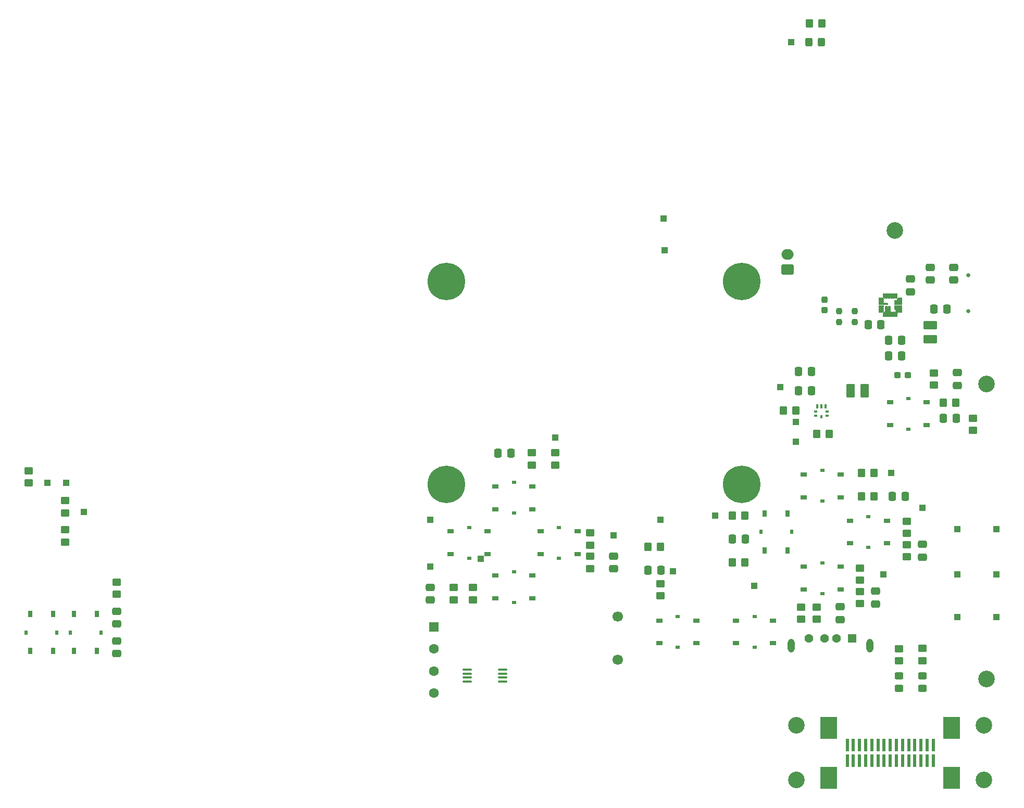
<source format=gbr>
%TF.GenerationSoftware,KiCad,Pcbnew,(6.0.0)*%
%TF.CreationDate,2022-05-02T00:50:15+01:00*%
%TF.ProjectId,CM4Carrier,434d3443-6172-4726-9965-722e6b696361,indev*%
%TF.SameCoordinates,Original*%
%TF.FileFunction,Soldermask,Top*%
%TF.FilePolarity,Negative*%
%FSLAX46Y46*%
G04 Gerber Fmt 4.6, Leading zero omitted, Abs format (unit mm)*
G04 Created by KiCad (PCBNEW (6.0.0)) date 2022-05-02 00:50:15*
%MOMM*%
%LPD*%
G01*
G04 APERTURE LIST*
G04 Aperture macros list*
%AMRoundRect*
0 Rectangle with rounded corners*
0 $1 Rounding radius*
0 $2 $3 $4 $5 $6 $7 $8 $9 X,Y pos of 4 corners*
0 Add a 4 corners polygon primitive as box body*
4,1,4,$2,$3,$4,$5,$6,$7,$8,$9,$2,$3,0*
0 Add four circle primitives for the rounded corners*
1,1,$1+$1,$2,$3*
1,1,$1+$1,$4,$5*
1,1,$1+$1,$6,$7*
1,1,$1+$1,$8,$9*
0 Add four rect primitives between the rounded corners*
20,1,$1+$1,$2,$3,$4,$5,0*
20,1,$1+$1,$4,$5,$6,$7,0*
20,1,$1+$1,$6,$7,$8,$9,0*
20,1,$1+$1,$8,$9,$2,$3,0*%
G04 Aperture macros list end*
%ADD10C,0.010000*%
%ADD11R,0.610000X2.000000*%
%ADD12R,2.680000X3.600000*%
%ADD13C,2.700000*%
%ADD14RoundRect,0.250000X0.325000X0.450000X-0.325000X0.450000X-0.325000X-0.450000X0.325000X-0.450000X0*%
%ADD15RoundRect,0.250000X0.450000X-0.350000X0.450000X0.350000X-0.450000X0.350000X-0.450000X-0.350000X0*%
%ADD16R,1.000000X1.000000*%
%ADD17R,1.000000X0.700000*%
%ADD18R,0.700000X0.600000*%
%ADD19RoundRect,0.250000X0.350000X0.450000X-0.350000X0.450000X-0.350000X-0.450000X0.350000X-0.450000X0*%
%ADD20RoundRect,0.250000X0.337500X0.475000X-0.337500X0.475000X-0.337500X-0.475000X0.337500X-0.475000X0*%
%ADD21RoundRect,0.250001X-0.849999X0.462499X-0.849999X-0.462499X0.849999X-0.462499X0.849999X0.462499X0*%
%ADD22RoundRect,0.250000X-0.475000X0.337500X-0.475000X-0.337500X0.475000X-0.337500X0.475000X0.337500X0*%
%ADD23RoundRect,0.250000X-0.350000X-0.450000X0.350000X-0.450000X0.350000X0.450000X-0.350000X0.450000X0*%
%ADD24RoundRect,0.250000X0.475000X-0.337500X0.475000X0.337500X-0.475000X0.337500X-0.475000X-0.337500X0*%
%ADD25RoundRect,0.250000X-0.337500X-0.475000X0.337500X-0.475000X0.337500X0.475000X-0.337500X0.475000X0*%
%ADD26RoundRect,0.250001X0.462499X0.849999X-0.462499X0.849999X-0.462499X-0.849999X0.462499X-0.849999X0*%
%ADD27RoundRect,0.250000X-0.550000X0.550000X-0.550000X-0.550000X0.550000X-0.550000X0.550000X0.550000X0*%
%ADD28C,1.600000*%
%ADD29R,0.700000X1.000000*%
%ADD30R,0.600000X0.700000*%
%ADD31RoundRect,0.250000X-0.450000X0.350000X-0.450000X-0.350000X0.450000X-0.350000X0.450000X0.350000X0*%
%ADD32RoundRect,0.250000X-0.450000X0.325000X-0.450000X-0.325000X0.450000X-0.325000X0.450000X0.325000X0*%
%ADD33RoundRect,0.237500X0.237500X-0.300000X0.237500X0.300000X-0.237500X0.300000X-0.237500X-0.300000X0*%
%ADD34RoundRect,0.237500X-0.237500X0.250000X-0.237500X-0.250000X0.237500X-0.250000X0.237500X0.250000X0*%
%ADD35R,1.428000X1.428000*%
%ADD36C,1.428000*%
%ADD37O,1.108000X2.216000*%
%ADD38R,0.609600X0.304800*%
%ADD39R,0.304800X0.787400*%
%ADD40R,0.304800X0.609600*%
%ADD41RoundRect,0.100000X0.637500X0.100000X-0.637500X0.100000X-0.637500X-0.100000X0.637500X-0.100000X0*%
%ADD42RoundRect,0.237500X-0.300000X-0.237500X0.300000X-0.237500X0.300000X0.237500X-0.300000X0.237500X0*%
%ADD43C,1.700000*%
%ADD44C,6.100000*%
%ADD45RoundRect,0.250000X0.750000X-0.600000X0.750000X0.600000X-0.750000X0.600000X-0.750000X-0.600000X0*%
%ADD46O,2.000000X1.700000*%
%ADD47C,0.650000*%
G04 APERTURE END LIST*
D10*
%TO.C,U2*%
X184572491Y-73715000D02*
X184572491Y-74340000D01*
X184572491Y-74340000D02*
X184572491Y-74348000D01*
X184572491Y-74348000D02*
X184571491Y-74356000D01*
X184571491Y-74356000D02*
X184570491Y-74363000D01*
X184570491Y-74363000D02*
X184569491Y-74371000D01*
X184569491Y-74371000D02*
X184567491Y-74379000D01*
X184567491Y-74379000D02*
X184565491Y-74386000D01*
X184565491Y-74386000D02*
X184562491Y-74394000D01*
X184562491Y-74394000D02*
X184559491Y-74401000D01*
X184559491Y-74401000D02*
X184556491Y-74408000D01*
X184556491Y-74408000D02*
X184552491Y-74415000D01*
X184552491Y-74415000D02*
X184548491Y-74422000D01*
X184548491Y-74422000D02*
X184543491Y-74428000D01*
X184543491Y-74428000D02*
X184539491Y-74434000D01*
X184539491Y-74434000D02*
X184533491Y-74440000D01*
X184533491Y-74440000D02*
X184528491Y-74446000D01*
X184528491Y-74446000D02*
X184522491Y-74451000D01*
X184522491Y-74451000D02*
X184516491Y-74457000D01*
X184516491Y-74457000D02*
X184510491Y-74461000D01*
X184510491Y-74461000D02*
X184504491Y-74466000D01*
X184504491Y-74466000D02*
X184497491Y-74470000D01*
X184497491Y-74470000D02*
X184490491Y-74474000D01*
X184490491Y-74474000D02*
X184483491Y-74477000D01*
X184483491Y-74477000D02*
X184476491Y-74480000D01*
X184476491Y-74480000D02*
X184468491Y-74483000D01*
X184468491Y-74483000D02*
X184461491Y-74485000D01*
X184461491Y-74485000D02*
X184453491Y-74487000D01*
X184453491Y-74487000D02*
X184445491Y-74488000D01*
X184445491Y-74488000D02*
X184438491Y-74489000D01*
X184438491Y-74489000D02*
X184430491Y-74490000D01*
X184430491Y-74490000D02*
X184422491Y-74490000D01*
X184422491Y-74490000D02*
X184414491Y-74490000D01*
X184414491Y-74490000D02*
X184406491Y-74489000D01*
X184406491Y-74489000D02*
X184399491Y-74488000D01*
X184399491Y-74488000D02*
X184391491Y-74487000D01*
X184391491Y-74487000D02*
X184383491Y-74485000D01*
X184383491Y-74485000D02*
X184376491Y-74483000D01*
X184376491Y-74483000D02*
X184368491Y-74480000D01*
X184368491Y-74480000D02*
X184361491Y-74477000D01*
X184361491Y-74477000D02*
X184354491Y-74474000D01*
X184354491Y-74474000D02*
X184347491Y-74470000D01*
X184347491Y-74470000D02*
X184340491Y-74466000D01*
X184340491Y-74466000D02*
X184334491Y-74461000D01*
X184334491Y-74461000D02*
X184328491Y-74457000D01*
X184328491Y-74457000D02*
X184322491Y-74451000D01*
X184322491Y-74451000D02*
X184316491Y-74446000D01*
X184316491Y-74446000D02*
X184311491Y-74440000D01*
X184311491Y-74440000D02*
X184305491Y-74434000D01*
X184305491Y-74434000D02*
X184301491Y-74428000D01*
X184301491Y-74428000D02*
X184296491Y-74422000D01*
X184296491Y-74422000D02*
X184292491Y-74415000D01*
X184292491Y-74415000D02*
X184288491Y-74408000D01*
X184288491Y-74408000D02*
X184285491Y-74401000D01*
X184285491Y-74401000D02*
X184282491Y-74394000D01*
X184282491Y-74394000D02*
X184279491Y-74386000D01*
X184279491Y-74386000D02*
X184277491Y-74379000D01*
X184277491Y-74379000D02*
X184275491Y-74371000D01*
X184275491Y-74371000D02*
X184274491Y-74363000D01*
X184274491Y-74363000D02*
X184273491Y-74356000D01*
X184273491Y-74356000D02*
X184272491Y-74348000D01*
X184272491Y-74348000D02*
X184272491Y-74340000D01*
X184272491Y-74340000D02*
X184272491Y-73715000D01*
X184272491Y-73715000D02*
X184572491Y-73715000D01*
X184572491Y-73715000D02*
X184572491Y-73715000D01*
G36*
X184572491Y-74348000D02*
G01*
X184571491Y-74356000D01*
X184570491Y-74363000D01*
X184569491Y-74371000D01*
X184567491Y-74379000D01*
X184565491Y-74386000D01*
X184562491Y-74394000D01*
X184556491Y-74408000D01*
X184548491Y-74422000D01*
X184543491Y-74428000D01*
X184539491Y-74434000D01*
X184533491Y-74440000D01*
X184528491Y-74446000D01*
X184522491Y-74451000D01*
X184516491Y-74457000D01*
X184510491Y-74461000D01*
X184504491Y-74466000D01*
X184490491Y-74474000D01*
X184476491Y-74480000D01*
X184468491Y-74483000D01*
X184461491Y-74485000D01*
X184453491Y-74487000D01*
X184445491Y-74488000D01*
X184438491Y-74489000D01*
X184430491Y-74490000D01*
X184414491Y-74490000D01*
X184406491Y-74489000D01*
X184399491Y-74488000D01*
X184391491Y-74487000D01*
X184383491Y-74485000D01*
X184376491Y-74483000D01*
X184368491Y-74480000D01*
X184354491Y-74474000D01*
X184340491Y-74466000D01*
X184334491Y-74461000D01*
X184328491Y-74457000D01*
X184322491Y-74451000D01*
X184316491Y-74446000D01*
X184311491Y-74440000D01*
X184305491Y-74434000D01*
X184301491Y-74428000D01*
X184296491Y-74422000D01*
X184288491Y-74408000D01*
X184282491Y-74394000D01*
X184279491Y-74386000D01*
X184277491Y-74379000D01*
X184275491Y-74371000D01*
X184274491Y-74363000D01*
X184273491Y-74356000D01*
X184272491Y-74348000D01*
X184272491Y-73715000D01*
X184572491Y-73715000D01*
X184572491Y-74348000D01*
G37*
X184572491Y-74348000D02*
X184571491Y-74356000D01*
X184570491Y-74363000D01*
X184569491Y-74371000D01*
X184567491Y-74379000D01*
X184565491Y-74386000D01*
X184562491Y-74394000D01*
X184556491Y-74408000D01*
X184548491Y-74422000D01*
X184543491Y-74428000D01*
X184539491Y-74434000D01*
X184533491Y-74440000D01*
X184528491Y-74446000D01*
X184522491Y-74451000D01*
X184516491Y-74457000D01*
X184510491Y-74461000D01*
X184504491Y-74466000D01*
X184490491Y-74474000D01*
X184476491Y-74480000D01*
X184468491Y-74483000D01*
X184461491Y-74485000D01*
X184453491Y-74487000D01*
X184445491Y-74488000D01*
X184438491Y-74489000D01*
X184430491Y-74490000D01*
X184414491Y-74490000D01*
X184406491Y-74489000D01*
X184399491Y-74488000D01*
X184391491Y-74487000D01*
X184383491Y-74485000D01*
X184376491Y-74483000D01*
X184368491Y-74480000D01*
X184354491Y-74474000D01*
X184340491Y-74466000D01*
X184334491Y-74461000D01*
X184328491Y-74457000D01*
X184322491Y-74451000D01*
X184316491Y-74446000D01*
X184311491Y-74440000D01*
X184305491Y-74434000D01*
X184301491Y-74428000D01*
X184296491Y-74422000D01*
X184288491Y-74408000D01*
X184282491Y-74394000D01*
X184279491Y-74386000D01*
X184277491Y-74379000D01*
X184275491Y-74371000D01*
X184274491Y-74363000D01*
X184273491Y-74356000D01*
X184272491Y-74348000D01*
X184272491Y-73715000D01*
X184572491Y-73715000D01*
X184572491Y-74348000D01*
X184172491Y-73715000D02*
X184172491Y-74340000D01*
X184172491Y-74340000D02*
X184172491Y-74348000D01*
X184172491Y-74348000D02*
X184171491Y-74356000D01*
X184171491Y-74356000D02*
X184170491Y-74363000D01*
X184170491Y-74363000D02*
X184169491Y-74371000D01*
X184169491Y-74371000D02*
X184167491Y-74379000D01*
X184167491Y-74379000D02*
X184165491Y-74386000D01*
X184165491Y-74386000D02*
X184162491Y-74394000D01*
X184162491Y-74394000D02*
X184159491Y-74401000D01*
X184159491Y-74401000D02*
X184156491Y-74408000D01*
X184156491Y-74408000D02*
X184152491Y-74415000D01*
X184152491Y-74415000D02*
X184148491Y-74422000D01*
X184148491Y-74422000D02*
X184143491Y-74428000D01*
X184143491Y-74428000D02*
X184139491Y-74434000D01*
X184139491Y-74434000D02*
X184133491Y-74440000D01*
X184133491Y-74440000D02*
X184128491Y-74446000D01*
X184128491Y-74446000D02*
X184122491Y-74451000D01*
X184122491Y-74451000D02*
X184116491Y-74457000D01*
X184116491Y-74457000D02*
X184110491Y-74461000D01*
X184110491Y-74461000D02*
X184104491Y-74466000D01*
X184104491Y-74466000D02*
X184097491Y-74470000D01*
X184097491Y-74470000D02*
X184090491Y-74474000D01*
X184090491Y-74474000D02*
X184083491Y-74477000D01*
X184083491Y-74477000D02*
X184076491Y-74480000D01*
X184076491Y-74480000D02*
X184068491Y-74483000D01*
X184068491Y-74483000D02*
X184061491Y-74485000D01*
X184061491Y-74485000D02*
X184053491Y-74487000D01*
X184053491Y-74487000D02*
X184045491Y-74488000D01*
X184045491Y-74488000D02*
X184038491Y-74489000D01*
X184038491Y-74489000D02*
X184030491Y-74490000D01*
X184030491Y-74490000D02*
X184022491Y-74490000D01*
X184022491Y-74490000D02*
X184014491Y-74490000D01*
X184014491Y-74490000D02*
X184006491Y-74489000D01*
X184006491Y-74489000D02*
X183999491Y-74488000D01*
X183999491Y-74488000D02*
X183991491Y-74487000D01*
X183991491Y-74487000D02*
X183983491Y-74485000D01*
X183983491Y-74485000D02*
X183976491Y-74483000D01*
X183976491Y-74483000D02*
X183968491Y-74480000D01*
X183968491Y-74480000D02*
X183961491Y-74477000D01*
X183961491Y-74477000D02*
X183954491Y-74474000D01*
X183954491Y-74474000D02*
X183947491Y-74470000D01*
X183947491Y-74470000D02*
X183940491Y-74466000D01*
X183940491Y-74466000D02*
X183934491Y-74461000D01*
X183934491Y-74461000D02*
X183928491Y-74457000D01*
X183928491Y-74457000D02*
X183922491Y-74451000D01*
X183922491Y-74451000D02*
X183916491Y-74446000D01*
X183916491Y-74446000D02*
X183911491Y-74440000D01*
X183911491Y-74440000D02*
X183905491Y-74434000D01*
X183905491Y-74434000D02*
X183901491Y-74428000D01*
X183901491Y-74428000D02*
X183896491Y-74422000D01*
X183896491Y-74422000D02*
X183892491Y-74415000D01*
X183892491Y-74415000D02*
X183888491Y-74408000D01*
X183888491Y-74408000D02*
X183885491Y-74401000D01*
X183885491Y-74401000D02*
X183882491Y-74394000D01*
X183882491Y-74394000D02*
X183879491Y-74386000D01*
X183879491Y-74386000D02*
X183877491Y-74379000D01*
X183877491Y-74379000D02*
X183875491Y-74371000D01*
X183875491Y-74371000D02*
X183874491Y-74363000D01*
X183874491Y-74363000D02*
X183873491Y-74356000D01*
X183873491Y-74356000D02*
X183872491Y-74348000D01*
X183872491Y-74348000D02*
X183872491Y-74340000D01*
X183872491Y-74340000D02*
X183872491Y-73715000D01*
X183872491Y-73715000D02*
X184172491Y-73715000D01*
X184172491Y-73715000D02*
X184172491Y-73715000D01*
G36*
X184172491Y-74348000D02*
G01*
X184171491Y-74356000D01*
X184170491Y-74363000D01*
X184169491Y-74371000D01*
X184167491Y-74379000D01*
X184165491Y-74386000D01*
X184162491Y-74394000D01*
X184156491Y-74408000D01*
X184148491Y-74422000D01*
X184143491Y-74428000D01*
X184139491Y-74434000D01*
X184133491Y-74440000D01*
X184128491Y-74446000D01*
X184122491Y-74451000D01*
X184116491Y-74457000D01*
X184110491Y-74461000D01*
X184104491Y-74466000D01*
X184090491Y-74474000D01*
X184076491Y-74480000D01*
X184068491Y-74483000D01*
X184061491Y-74485000D01*
X184053491Y-74487000D01*
X184045491Y-74488000D01*
X184038491Y-74489000D01*
X184030491Y-74490000D01*
X184014491Y-74490000D01*
X184006491Y-74489000D01*
X183999491Y-74488000D01*
X183991491Y-74487000D01*
X183983491Y-74485000D01*
X183976491Y-74483000D01*
X183968491Y-74480000D01*
X183954491Y-74474000D01*
X183940491Y-74466000D01*
X183934491Y-74461000D01*
X183928491Y-74457000D01*
X183922491Y-74451000D01*
X183916491Y-74446000D01*
X183911491Y-74440000D01*
X183905491Y-74434000D01*
X183901491Y-74428000D01*
X183896491Y-74422000D01*
X183888491Y-74408000D01*
X183882491Y-74394000D01*
X183879491Y-74386000D01*
X183877491Y-74379000D01*
X183875491Y-74371000D01*
X183874491Y-74363000D01*
X183873491Y-74356000D01*
X183872491Y-74348000D01*
X183872491Y-73715000D01*
X184172491Y-73715000D01*
X184172491Y-74348000D01*
G37*
X184172491Y-74348000D02*
X184171491Y-74356000D01*
X184170491Y-74363000D01*
X184169491Y-74371000D01*
X184167491Y-74379000D01*
X184165491Y-74386000D01*
X184162491Y-74394000D01*
X184156491Y-74408000D01*
X184148491Y-74422000D01*
X184143491Y-74428000D01*
X184139491Y-74434000D01*
X184133491Y-74440000D01*
X184128491Y-74446000D01*
X184122491Y-74451000D01*
X184116491Y-74457000D01*
X184110491Y-74461000D01*
X184104491Y-74466000D01*
X184090491Y-74474000D01*
X184076491Y-74480000D01*
X184068491Y-74483000D01*
X184061491Y-74485000D01*
X184053491Y-74487000D01*
X184045491Y-74488000D01*
X184038491Y-74489000D01*
X184030491Y-74490000D01*
X184014491Y-74490000D01*
X184006491Y-74489000D01*
X183999491Y-74488000D01*
X183991491Y-74487000D01*
X183983491Y-74485000D01*
X183976491Y-74483000D01*
X183968491Y-74480000D01*
X183954491Y-74474000D01*
X183940491Y-74466000D01*
X183934491Y-74461000D01*
X183928491Y-74457000D01*
X183922491Y-74451000D01*
X183916491Y-74446000D01*
X183911491Y-74440000D01*
X183905491Y-74434000D01*
X183901491Y-74428000D01*
X183896491Y-74422000D01*
X183888491Y-74408000D01*
X183882491Y-74394000D01*
X183879491Y-74386000D01*
X183877491Y-74379000D01*
X183875491Y-74371000D01*
X183874491Y-74363000D01*
X183873491Y-74356000D01*
X183872491Y-74348000D01*
X183872491Y-73715000D01*
X184172491Y-73715000D01*
X184172491Y-74348000D01*
X183772491Y-73715000D02*
X183772491Y-74440000D01*
X183772491Y-74440000D02*
X183609491Y-74440000D01*
X183609491Y-74440000D02*
X183472491Y-74303000D01*
X183472491Y-74303000D02*
X183472491Y-73715000D01*
X183472491Y-73715000D02*
X183772491Y-73715000D01*
G36*
X183772491Y-74440000D02*
G01*
X183609491Y-74440000D01*
X183472491Y-74303000D01*
X183472491Y-73715000D01*
X183772491Y-73715000D01*
X183772491Y-74440000D01*
G37*
X183772491Y-74440000D02*
X183609491Y-74440000D01*
X183472491Y-74303000D01*
X183472491Y-73715000D01*
X183772491Y-73715000D01*
X183772491Y-74440000D01*
X183472491Y-77415000D02*
X183472491Y-76852000D01*
X183472491Y-76852000D02*
X183659491Y-76665000D01*
X183659491Y-76665000D02*
X183822491Y-76665000D01*
X183822491Y-76665000D02*
X183822491Y-75890000D01*
X183822491Y-75890000D02*
X183822491Y-75882000D01*
X183822491Y-75882000D02*
X183823491Y-75874000D01*
X183823491Y-75874000D02*
X183824491Y-75867000D01*
X183824491Y-75867000D02*
X183825491Y-75859000D01*
X183825491Y-75859000D02*
X183827491Y-75851000D01*
X183827491Y-75851000D02*
X183829491Y-75844000D01*
X183829491Y-75844000D02*
X183832491Y-75836000D01*
X183832491Y-75836000D02*
X183835491Y-75829000D01*
X183835491Y-75829000D02*
X183838491Y-75822000D01*
X183838491Y-75822000D02*
X183842491Y-75815000D01*
X183842491Y-75815000D02*
X183846491Y-75808000D01*
X183846491Y-75808000D02*
X183851491Y-75802000D01*
X183851491Y-75802000D02*
X183855491Y-75796000D01*
X183855491Y-75796000D02*
X183861491Y-75790000D01*
X183861491Y-75790000D02*
X183866491Y-75784000D01*
X183866491Y-75784000D02*
X183872491Y-75779000D01*
X183872491Y-75779000D02*
X183878491Y-75773000D01*
X183878491Y-75773000D02*
X183884491Y-75769000D01*
X183884491Y-75769000D02*
X183890491Y-75764000D01*
X183890491Y-75764000D02*
X183897491Y-75760000D01*
X183897491Y-75760000D02*
X183904491Y-75756000D01*
X183904491Y-75756000D02*
X183911491Y-75753000D01*
X183911491Y-75753000D02*
X183918491Y-75750000D01*
X183918491Y-75750000D02*
X183926491Y-75747000D01*
X183926491Y-75747000D02*
X183933491Y-75745000D01*
X183933491Y-75745000D02*
X183941491Y-75743000D01*
X183941491Y-75743000D02*
X183949491Y-75742000D01*
X183949491Y-75742000D02*
X183956491Y-75741000D01*
X183956491Y-75741000D02*
X183964491Y-75740000D01*
X183964491Y-75740000D02*
X183972491Y-75740000D01*
X183972491Y-75740000D02*
X184022491Y-75740000D01*
X184022491Y-75740000D02*
X184030491Y-75740000D01*
X184030491Y-75740000D02*
X184038491Y-75741000D01*
X184038491Y-75741000D02*
X184045491Y-75742000D01*
X184045491Y-75742000D02*
X184053491Y-75743000D01*
X184053491Y-75743000D02*
X184061491Y-75745000D01*
X184061491Y-75745000D02*
X184068491Y-75747000D01*
X184068491Y-75747000D02*
X184076491Y-75750000D01*
X184076491Y-75750000D02*
X184083491Y-75753000D01*
X184083491Y-75753000D02*
X184090491Y-75756000D01*
X184090491Y-75756000D02*
X184097491Y-75760000D01*
X184097491Y-75760000D02*
X184104491Y-75764000D01*
X184104491Y-75764000D02*
X184110491Y-75769000D01*
X184110491Y-75769000D02*
X184116491Y-75773000D01*
X184116491Y-75773000D02*
X184122491Y-75779000D01*
X184122491Y-75779000D02*
X184128491Y-75784000D01*
X184128491Y-75784000D02*
X184133491Y-75790000D01*
X184133491Y-75790000D02*
X184139491Y-75796000D01*
X184139491Y-75796000D02*
X184143491Y-75802000D01*
X184143491Y-75802000D02*
X184148491Y-75808000D01*
X184148491Y-75808000D02*
X184152491Y-75815000D01*
X184152491Y-75815000D02*
X184156491Y-75822000D01*
X184156491Y-75822000D02*
X184159491Y-75829000D01*
X184159491Y-75829000D02*
X184162491Y-75836000D01*
X184162491Y-75836000D02*
X184165491Y-75844000D01*
X184165491Y-75844000D02*
X184167491Y-75851000D01*
X184167491Y-75851000D02*
X184169491Y-75859000D01*
X184169491Y-75859000D02*
X184170491Y-75867000D01*
X184170491Y-75867000D02*
X184171491Y-75874000D01*
X184171491Y-75874000D02*
X184172491Y-75882000D01*
X184172491Y-75882000D02*
X184172491Y-75890000D01*
X184172491Y-75890000D02*
X184172491Y-77415000D01*
X184172491Y-77415000D02*
X183472491Y-77415000D01*
X183472491Y-77415000D02*
X183472491Y-77415000D01*
G36*
X184038491Y-75741000D02*
G01*
X184045491Y-75742000D01*
X184053491Y-75743000D01*
X184061491Y-75745000D01*
X184068491Y-75747000D01*
X184076491Y-75750000D01*
X184090491Y-75756000D01*
X184104491Y-75764000D01*
X184110491Y-75769000D01*
X184116491Y-75773000D01*
X184122491Y-75779000D01*
X184128491Y-75784000D01*
X184133491Y-75790000D01*
X184139491Y-75796000D01*
X184143491Y-75802000D01*
X184148491Y-75808000D01*
X184156491Y-75822000D01*
X184162491Y-75836000D01*
X184165491Y-75844000D01*
X184167491Y-75851000D01*
X184169491Y-75859000D01*
X184170491Y-75867000D01*
X184171491Y-75874000D01*
X184172491Y-75882000D01*
X184172491Y-77415000D01*
X183472491Y-77415000D01*
X183472491Y-76852000D01*
X183659491Y-76665000D01*
X183822491Y-76665000D01*
X183822491Y-75882000D01*
X183823491Y-75874000D01*
X183824491Y-75867000D01*
X183825491Y-75859000D01*
X183827491Y-75851000D01*
X183829491Y-75844000D01*
X183832491Y-75836000D01*
X183838491Y-75822000D01*
X183846491Y-75808000D01*
X183851491Y-75802000D01*
X183855491Y-75796000D01*
X183861491Y-75790000D01*
X183866491Y-75784000D01*
X183872491Y-75779000D01*
X183878491Y-75773000D01*
X183884491Y-75769000D01*
X183890491Y-75764000D01*
X183904491Y-75756000D01*
X183918491Y-75750000D01*
X183926491Y-75747000D01*
X183933491Y-75745000D01*
X183941491Y-75743000D01*
X183949491Y-75742000D01*
X183956491Y-75741000D01*
X183964491Y-75740000D01*
X184030491Y-75740000D01*
X184038491Y-75741000D01*
G37*
X184038491Y-75741000D02*
X184045491Y-75742000D01*
X184053491Y-75743000D01*
X184061491Y-75745000D01*
X184068491Y-75747000D01*
X184076491Y-75750000D01*
X184090491Y-75756000D01*
X184104491Y-75764000D01*
X184110491Y-75769000D01*
X184116491Y-75773000D01*
X184122491Y-75779000D01*
X184128491Y-75784000D01*
X184133491Y-75790000D01*
X184139491Y-75796000D01*
X184143491Y-75802000D01*
X184148491Y-75808000D01*
X184156491Y-75822000D01*
X184162491Y-75836000D01*
X184165491Y-75844000D01*
X184167491Y-75851000D01*
X184169491Y-75859000D01*
X184170491Y-75867000D01*
X184171491Y-75874000D01*
X184172491Y-75882000D01*
X184172491Y-77415000D01*
X183472491Y-77415000D01*
X183472491Y-76852000D01*
X183659491Y-76665000D01*
X183822491Y-76665000D01*
X183822491Y-75882000D01*
X183823491Y-75874000D01*
X183824491Y-75867000D01*
X183825491Y-75859000D01*
X183827491Y-75851000D01*
X183829491Y-75844000D01*
X183832491Y-75836000D01*
X183838491Y-75822000D01*
X183846491Y-75808000D01*
X183851491Y-75802000D01*
X183855491Y-75796000D01*
X183861491Y-75790000D01*
X183866491Y-75784000D01*
X183872491Y-75779000D01*
X183878491Y-75773000D01*
X183884491Y-75769000D01*
X183890491Y-75764000D01*
X183904491Y-75756000D01*
X183918491Y-75750000D01*
X183926491Y-75747000D01*
X183933491Y-75745000D01*
X183941491Y-75743000D01*
X183949491Y-75742000D01*
X183956491Y-75741000D01*
X183964491Y-75740000D01*
X184030491Y-75740000D01*
X184038491Y-75741000D01*
X182772491Y-74815000D02*
X183397491Y-74815000D01*
X183397491Y-74815000D02*
X183405491Y-74815000D01*
X183405491Y-74815000D02*
X183413491Y-74816000D01*
X183413491Y-74816000D02*
X183420491Y-74817000D01*
X183420491Y-74817000D02*
X183428491Y-74818000D01*
X183428491Y-74818000D02*
X183436491Y-74820000D01*
X183436491Y-74820000D02*
X183443491Y-74822000D01*
X183443491Y-74822000D02*
X183451491Y-74825000D01*
X183451491Y-74825000D02*
X183458491Y-74828000D01*
X183458491Y-74828000D02*
X183465491Y-74831000D01*
X183465491Y-74831000D02*
X183472491Y-74835000D01*
X183472491Y-74835000D02*
X183479491Y-74839000D01*
X183479491Y-74839000D02*
X183485491Y-74844000D01*
X183485491Y-74844000D02*
X183491491Y-74848000D01*
X183491491Y-74848000D02*
X183497491Y-74854000D01*
X183497491Y-74854000D02*
X183503491Y-74859000D01*
X183503491Y-74859000D02*
X183508491Y-74865000D01*
X183508491Y-74865000D02*
X183514491Y-74871000D01*
X183514491Y-74871000D02*
X183518491Y-74877000D01*
X183518491Y-74877000D02*
X183523491Y-74883000D01*
X183523491Y-74883000D02*
X183527491Y-74890000D01*
X183527491Y-74890000D02*
X183531491Y-74897000D01*
X183531491Y-74897000D02*
X183534491Y-74904000D01*
X183534491Y-74904000D02*
X183537491Y-74911000D01*
X183537491Y-74911000D02*
X183540491Y-74919000D01*
X183540491Y-74919000D02*
X183542491Y-74926000D01*
X183542491Y-74926000D02*
X183544491Y-74934000D01*
X183544491Y-74934000D02*
X183545491Y-74942000D01*
X183545491Y-74942000D02*
X183546491Y-74949000D01*
X183546491Y-74949000D02*
X183547491Y-74957000D01*
X183547491Y-74957000D02*
X183547491Y-74965000D01*
X183547491Y-74965000D02*
X183547491Y-74973000D01*
X183547491Y-74973000D02*
X183546491Y-74981000D01*
X183546491Y-74981000D02*
X183545491Y-74988000D01*
X183545491Y-74988000D02*
X183544491Y-74996000D01*
X183544491Y-74996000D02*
X183542491Y-75004000D01*
X183542491Y-75004000D02*
X183540491Y-75011000D01*
X183540491Y-75011000D02*
X183537491Y-75019000D01*
X183537491Y-75019000D02*
X183534491Y-75026000D01*
X183534491Y-75026000D02*
X183531491Y-75033000D01*
X183531491Y-75033000D02*
X183527491Y-75040000D01*
X183527491Y-75040000D02*
X183523491Y-75047000D01*
X183523491Y-75047000D02*
X183518491Y-75053000D01*
X183518491Y-75053000D02*
X183514491Y-75059000D01*
X183514491Y-75059000D02*
X183508491Y-75065000D01*
X183508491Y-75065000D02*
X183503491Y-75071000D01*
X183503491Y-75071000D02*
X183497491Y-75076000D01*
X183497491Y-75076000D02*
X183491491Y-75082000D01*
X183491491Y-75082000D02*
X183485491Y-75086000D01*
X183485491Y-75086000D02*
X183479491Y-75091000D01*
X183479491Y-75091000D02*
X183472491Y-75095000D01*
X183472491Y-75095000D02*
X183465491Y-75099000D01*
X183465491Y-75099000D02*
X183458491Y-75102000D01*
X183458491Y-75102000D02*
X183451491Y-75105000D01*
X183451491Y-75105000D02*
X183443491Y-75108000D01*
X183443491Y-75108000D02*
X183436491Y-75110000D01*
X183436491Y-75110000D02*
X183428491Y-75112000D01*
X183428491Y-75112000D02*
X183420491Y-75113000D01*
X183420491Y-75113000D02*
X183413491Y-75114000D01*
X183413491Y-75114000D02*
X183405491Y-75115000D01*
X183405491Y-75115000D02*
X183397491Y-75115000D01*
X183397491Y-75115000D02*
X182772491Y-75115000D01*
X182772491Y-75115000D02*
X182772491Y-74815000D01*
X182772491Y-74815000D02*
X182772491Y-74815000D01*
G36*
X183413491Y-74816000D02*
G01*
X183420491Y-74817000D01*
X183428491Y-74818000D01*
X183436491Y-74820000D01*
X183443491Y-74822000D01*
X183451491Y-74825000D01*
X183465491Y-74831000D01*
X183479491Y-74839000D01*
X183485491Y-74844000D01*
X183491491Y-74848000D01*
X183497491Y-74854000D01*
X183503491Y-74859000D01*
X183508491Y-74865000D01*
X183514491Y-74871000D01*
X183518491Y-74877000D01*
X183523491Y-74883000D01*
X183531491Y-74897000D01*
X183537491Y-74911000D01*
X183540491Y-74919000D01*
X183542491Y-74926000D01*
X183544491Y-74934000D01*
X183545491Y-74942000D01*
X183546491Y-74949000D01*
X183547491Y-74957000D01*
X183547491Y-74973000D01*
X183546491Y-74981000D01*
X183545491Y-74988000D01*
X183544491Y-74996000D01*
X183542491Y-75004000D01*
X183540491Y-75011000D01*
X183537491Y-75019000D01*
X183531491Y-75033000D01*
X183523491Y-75047000D01*
X183518491Y-75053000D01*
X183514491Y-75059000D01*
X183508491Y-75065000D01*
X183503491Y-75071000D01*
X183497491Y-75076000D01*
X183491491Y-75082000D01*
X183485491Y-75086000D01*
X183479491Y-75091000D01*
X183465491Y-75099000D01*
X183451491Y-75105000D01*
X183443491Y-75108000D01*
X183436491Y-75110000D01*
X183428491Y-75112000D01*
X183420491Y-75113000D01*
X183413491Y-75114000D01*
X183405491Y-75115000D01*
X182772491Y-75115000D01*
X182772491Y-74815000D01*
X183405491Y-74815000D01*
X183413491Y-74816000D01*
G37*
X183413491Y-74816000D02*
X183420491Y-74817000D01*
X183428491Y-74818000D01*
X183436491Y-74820000D01*
X183443491Y-74822000D01*
X183451491Y-74825000D01*
X183465491Y-74831000D01*
X183479491Y-74839000D01*
X183485491Y-74844000D01*
X183491491Y-74848000D01*
X183497491Y-74854000D01*
X183503491Y-74859000D01*
X183508491Y-74865000D01*
X183514491Y-74871000D01*
X183518491Y-74877000D01*
X183523491Y-74883000D01*
X183531491Y-74897000D01*
X183537491Y-74911000D01*
X183540491Y-74919000D01*
X183542491Y-74926000D01*
X183544491Y-74934000D01*
X183545491Y-74942000D01*
X183546491Y-74949000D01*
X183547491Y-74957000D01*
X183547491Y-74973000D01*
X183546491Y-74981000D01*
X183545491Y-74988000D01*
X183544491Y-74996000D01*
X183542491Y-75004000D01*
X183540491Y-75011000D01*
X183537491Y-75019000D01*
X183531491Y-75033000D01*
X183523491Y-75047000D01*
X183518491Y-75053000D01*
X183514491Y-75059000D01*
X183508491Y-75065000D01*
X183503491Y-75071000D01*
X183497491Y-75076000D01*
X183491491Y-75082000D01*
X183485491Y-75086000D01*
X183479491Y-75091000D01*
X183465491Y-75099000D01*
X183451491Y-75105000D01*
X183443491Y-75108000D01*
X183436491Y-75110000D01*
X183428491Y-75112000D01*
X183420491Y-75113000D01*
X183413491Y-75114000D01*
X183405491Y-75115000D01*
X182772491Y-75115000D01*
X182772491Y-74815000D01*
X183405491Y-74815000D01*
X183413491Y-74816000D01*
X182772491Y-76415000D02*
X183497491Y-76415000D01*
X183497491Y-76415000D02*
X183497491Y-76578000D01*
X183497491Y-76578000D02*
X183360491Y-76715000D01*
X183360491Y-76715000D02*
X182772491Y-76715000D01*
X182772491Y-76715000D02*
X182772491Y-76415000D01*
G36*
X183497491Y-76578000D02*
G01*
X183360491Y-76715000D01*
X182772491Y-76715000D01*
X182772491Y-76415000D01*
X183497491Y-76415000D01*
X183497491Y-76578000D01*
G37*
X183497491Y-76578000D02*
X183360491Y-76715000D01*
X182772491Y-76715000D01*
X182772491Y-76415000D01*
X183497491Y-76415000D01*
X183497491Y-76578000D01*
X184272491Y-77415000D02*
X184272491Y-75890000D01*
X184272491Y-75890000D02*
X184272491Y-75882000D01*
X184272491Y-75882000D02*
X184273491Y-75874000D01*
X184273491Y-75874000D02*
X184274491Y-75867000D01*
X184274491Y-75867000D02*
X184275491Y-75859000D01*
X184275491Y-75859000D02*
X184277491Y-75851000D01*
X184277491Y-75851000D02*
X184279491Y-75844000D01*
X184279491Y-75844000D02*
X184282491Y-75836000D01*
X184282491Y-75836000D02*
X184285491Y-75829000D01*
X184285491Y-75829000D02*
X184288491Y-75822000D01*
X184288491Y-75822000D02*
X184292491Y-75815000D01*
X184292491Y-75815000D02*
X184296491Y-75808000D01*
X184296491Y-75808000D02*
X184301491Y-75802000D01*
X184301491Y-75802000D02*
X184305491Y-75796000D01*
X184305491Y-75796000D02*
X184311491Y-75790000D01*
X184311491Y-75790000D02*
X184316491Y-75784000D01*
X184316491Y-75784000D02*
X184322491Y-75779000D01*
X184322491Y-75779000D02*
X184328491Y-75773000D01*
X184328491Y-75773000D02*
X184334491Y-75769000D01*
X184334491Y-75769000D02*
X184340491Y-75764000D01*
X184340491Y-75764000D02*
X184347491Y-75760000D01*
X184347491Y-75760000D02*
X184354491Y-75756000D01*
X184354491Y-75756000D02*
X184361491Y-75753000D01*
X184361491Y-75753000D02*
X184368491Y-75750000D01*
X184368491Y-75750000D02*
X184376491Y-75747000D01*
X184376491Y-75747000D02*
X184383491Y-75745000D01*
X184383491Y-75745000D02*
X184391491Y-75743000D01*
X184391491Y-75743000D02*
X184399491Y-75742000D01*
X184399491Y-75742000D02*
X184406491Y-75741000D01*
X184406491Y-75741000D02*
X184414491Y-75740000D01*
X184414491Y-75740000D02*
X184422491Y-75740000D01*
X184422491Y-75740000D02*
X184472491Y-75740000D01*
X184472491Y-75740000D02*
X184480491Y-75740000D01*
X184480491Y-75740000D02*
X184488491Y-75741000D01*
X184488491Y-75741000D02*
X184495491Y-75742000D01*
X184495491Y-75742000D02*
X184503491Y-75743000D01*
X184503491Y-75743000D02*
X184511491Y-75745000D01*
X184511491Y-75745000D02*
X184518491Y-75747000D01*
X184518491Y-75747000D02*
X184526491Y-75750000D01*
X184526491Y-75750000D02*
X184533491Y-75753000D01*
X184533491Y-75753000D02*
X184540491Y-75756000D01*
X184540491Y-75756000D02*
X184547491Y-75760000D01*
X184547491Y-75760000D02*
X184554491Y-75764000D01*
X184554491Y-75764000D02*
X184560491Y-75769000D01*
X184560491Y-75769000D02*
X184566491Y-75773000D01*
X184566491Y-75773000D02*
X184572491Y-75779000D01*
X184572491Y-75779000D02*
X184578491Y-75784000D01*
X184578491Y-75784000D02*
X184583491Y-75790000D01*
X184583491Y-75790000D02*
X184589491Y-75796000D01*
X184589491Y-75796000D02*
X184593491Y-75802000D01*
X184593491Y-75802000D02*
X184598491Y-75808000D01*
X184598491Y-75808000D02*
X184602491Y-75815000D01*
X184602491Y-75815000D02*
X184606491Y-75822000D01*
X184606491Y-75822000D02*
X184609491Y-75829000D01*
X184609491Y-75829000D02*
X184612491Y-75836000D01*
X184612491Y-75836000D02*
X184615491Y-75844000D01*
X184615491Y-75844000D02*
X184617491Y-75851000D01*
X184617491Y-75851000D02*
X184619491Y-75859000D01*
X184619491Y-75859000D02*
X184620491Y-75867000D01*
X184620491Y-75867000D02*
X184621491Y-75874000D01*
X184621491Y-75874000D02*
X184622491Y-75882000D01*
X184622491Y-75882000D02*
X184622491Y-75890000D01*
X184622491Y-75890000D02*
X184622491Y-76665000D01*
X184622491Y-76665000D02*
X184822491Y-76665000D01*
X184822491Y-76665000D02*
X184830491Y-76665000D01*
X184830491Y-76665000D02*
X184838491Y-76666000D01*
X184838491Y-76666000D02*
X184845491Y-76667000D01*
X184845491Y-76667000D02*
X184853491Y-76668000D01*
X184853491Y-76668000D02*
X184861491Y-76670000D01*
X184861491Y-76670000D02*
X184868491Y-76672000D01*
X184868491Y-76672000D02*
X184876491Y-76675000D01*
X184876491Y-76675000D02*
X184883491Y-76678000D01*
X184883491Y-76678000D02*
X184890491Y-76681000D01*
X184890491Y-76681000D02*
X184897491Y-76685000D01*
X184897491Y-76685000D02*
X184904491Y-76689000D01*
X184904491Y-76689000D02*
X184910491Y-76694000D01*
X184910491Y-76694000D02*
X184916491Y-76698000D01*
X184916491Y-76698000D02*
X184922491Y-76704000D01*
X184922491Y-76704000D02*
X184928491Y-76709000D01*
X184928491Y-76709000D02*
X184933491Y-76715000D01*
X184933491Y-76715000D02*
X184939491Y-76721000D01*
X184939491Y-76721000D02*
X184943491Y-76727000D01*
X184943491Y-76727000D02*
X184948491Y-76733000D01*
X184948491Y-76733000D02*
X184952491Y-76740000D01*
X184952491Y-76740000D02*
X184956491Y-76747000D01*
X184956491Y-76747000D02*
X184959491Y-76754000D01*
X184959491Y-76754000D02*
X184962491Y-76761000D01*
X184962491Y-76761000D02*
X184965491Y-76769000D01*
X184965491Y-76769000D02*
X184967491Y-76776000D01*
X184967491Y-76776000D02*
X184969491Y-76784000D01*
X184969491Y-76784000D02*
X184970491Y-76792000D01*
X184970491Y-76792000D02*
X184971491Y-76799000D01*
X184971491Y-76799000D02*
X184972491Y-76807000D01*
X184972491Y-76807000D02*
X184972491Y-76815000D01*
X184972491Y-76815000D02*
X184972491Y-77415000D01*
X184972491Y-77415000D02*
X184272491Y-77415000D01*
X184272491Y-77415000D02*
X184272491Y-77415000D01*
G36*
X184488491Y-75741000D02*
G01*
X184495491Y-75742000D01*
X184503491Y-75743000D01*
X184511491Y-75745000D01*
X184518491Y-75747000D01*
X184526491Y-75750000D01*
X184540491Y-75756000D01*
X184554491Y-75764000D01*
X184560491Y-75769000D01*
X184566491Y-75773000D01*
X184572491Y-75779000D01*
X184578491Y-75784000D01*
X184583491Y-75790000D01*
X184589491Y-75796000D01*
X184593491Y-75802000D01*
X184598491Y-75808000D01*
X184606491Y-75822000D01*
X184612491Y-75836000D01*
X184615491Y-75844000D01*
X184617491Y-75851000D01*
X184619491Y-75859000D01*
X184620491Y-75867000D01*
X184621491Y-75874000D01*
X184622491Y-75882000D01*
X184622491Y-76665000D01*
X184830491Y-76665000D01*
X184838491Y-76666000D01*
X184845491Y-76667000D01*
X184853491Y-76668000D01*
X184861491Y-76670000D01*
X184868491Y-76672000D01*
X184876491Y-76675000D01*
X184890491Y-76681000D01*
X184904491Y-76689000D01*
X184910491Y-76694000D01*
X184916491Y-76698000D01*
X184922491Y-76704000D01*
X184928491Y-76709000D01*
X184933491Y-76715000D01*
X184939491Y-76721000D01*
X184943491Y-76727000D01*
X184948491Y-76733000D01*
X184956491Y-76747000D01*
X184962491Y-76761000D01*
X184965491Y-76769000D01*
X184967491Y-76776000D01*
X184969491Y-76784000D01*
X184970491Y-76792000D01*
X184971491Y-76799000D01*
X184972491Y-76807000D01*
X184972491Y-77415000D01*
X184272491Y-77415000D01*
X184272491Y-75882000D01*
X184273491Y-75874000D01*
X184274491Y-75867000D01*
X184275491Y-75859000D01*
X184277491Y-75851000D01*
X184279491Y-75844000D01*
X184282491Y-75836000D01*
X184288491Y-75822000D01*
X184296491Y-75808000D01*
X184301491Y-75802000D01*
X184305491Y-75796000D01*
X184311491Y-75790000D01*
X184316491Y-75784000D01*
X184322491Y-75779000D01*
X184328491Y-75773000D01*
X184334491Y-75769000D01*
X184340491Y-75764000D01*
X184354491Y-75756000D01*
X184368491Y-75750000D01*
X184376491Y-75747000D01*
X184383491Y-75745000D01*
X184391491Y-75743000D01*
X184399491Y-75742000D01*
X184406491Y-75741000D01*
X184414491Y-75740000D01*
X184480491Y-75740000D01*
X184488491Y-75741000D01*
G37*
X184488491Y-75741000D02*
X184495491Y-75742000D01*
X184503491Y-75743000D01*
X184511491Y-75745000D01*
X184518491Y-75747000D01*
X184526491Y-75750000D01*
X184540491Y-75756000D01*
X184554491Y-75764000D01*
X184560491Y-75769000D01*
X184566491Y-75773000D01*
X184572491Y-75779000D01*
X184578491Y-75784000D01*
X184583491Y-75790000D01*
X184589491Y-75796000D01*
X184593491Y-75802000D01*
X184598491Y-75808000D01*
X184606491Y-75822000D01*
X184612491Y-75836000D01*
X184615491Y-75844000D01*
X184617491Y-75851000D01*
X184619491Y-75859000D01*
X184620491Y-75867000D01*
X184621491Y-75874000D01*
X184622491Y-75882000D01*
X184622491Y-76665000D01*
X184830491Y-76665000D01*
X184838491Y-76666000D01*
X184845491Y-76667000D01*
X184853491Y-76668000D01*
X184861491Y-76670000D01*
X184868491Y-76672000D01*
X184876491Y-76675000D01*
X184890491Y-76681000D01*
X184904491Y-76689000D01*
X184910491Y-76694000D01*
X184916491Y-76698000D01*
X184922491Y-76704000D01*
X184928491Y-76709000D01*
X184933491Y-76715000D01*
X184939491Y-76721000D01*
X184943491Y-76727000D01*
X184948491Y-76733000D01*
X184956491Y-76747000D01*
X184962491Y-76761000D01*
X184965491Y-76769000D01*
X184967491Y-76776000D01*
X184969491Y-76784000D01*
X184970491Y-76792000D01*
X184971491Y-76799000D01*
X184972491Y-76807000D01*
X184972491Y-77415000D01*
X184272491Y-77415000D01*
X184272491Y-75882000D01*
X184273491Y-75874000D01*
X184274491Y-75867000D01*
X184275491Y-75859000D01*
X184277491Y-75851000D01*
X184279491Y-75844000D01*
X184282491Y-75836000D01*
X184288491Y-75822000D01*
X184296491Y-75808000D01*
X184301491Y-75802000D01*
X184305491Y-75796000D01*
X184311491Y-75790000D01*
X184316491Y-75784000D01*
X184322491Y-75779000D01*
X184328491Y-75773000D01*
X184334491Y-75769000D01*
X184340491Y-75764000D01*
X184354491Y-75756000D01*
X184368491Y-75750000D01*
X184376491Y-75747000D01*
X184383491Y-75745000D01*
X184391491Y-75743000D01*
X184399491Y-75742000D01*
X184406491Y-75741000D01*
X184414491Y-75740000D01*
X184480491Y-75740000D01*
X184488491Y-75741000D01*
X186472491Y-75115000D02*
X185447491Y-75115000D01*
X185447491Y-75115000D02*
X185439491Y-75115000D01*
X185439491Y-75115000D02*
X185431491Y-75114000D01*
X185431491Y-75114000D02*
X185424491Y-75113000D01*
X185424491Y-75113000D02*
X185416491Y-75112000D01*
X185416491Y-75112000D02*
X185408491Y-75110000D01*
X185408491Y-75110000D02*
X185401491Y-75108000D01*
X185401491Y-75108000D02*
X185393491Y-75105000D01*
X185393491Y-75105000D02*
X185386491Y-75102000D01*
X185386491Y-75102000D02*
X185379491Y-75099000D01*
X185379491Y-75099000D02*
X185372491Y-75095000D01*
X185372491Y-75095000D02*
X185365491Y-75091000D01*
X185365491Y-75091000D02*
X185359491Y-75086000D01*
X185359491Y-75086000D02*
X185353491Y-75082000D01*
X185353491Y-75082000D02*
X185347491Y-75076000D01*
X185347491Y-75076000D02*
X185341491Y-75071000D01*
X185341491Y-75071000D02*
X185336491Y-75065000D01*
X185336491Y-75065000D02*
X185330491Y-75059000D01*
X185330491Y-75059000D02*
X185326491Y-75053000D01*
X185326491Y-75053000D02*
X185321491Y-75047000D01*
X185321491Y-75047000D02*
X185317491Y-75040000D01*
X185317491Y-75040000D02*
X185313491Y-75033000D01*
X185313491Y-75033000D02*
X185310491Y-75026000D01*
X185310491Y-75026000D02*
X185307491Y-75019000D01*
X185307491Y-75019000D02*
X185304491Y-75011000D01*
X185304491Y-75011000D02*
X185302491Y-75004000D01*
X185302491Y-75004000D02*
X185300491Y-74996000D01*
X185300491Y-74996000D02*
X185299491Y-74988000D01*
X185299491Y-74988000D02*
X185298491Y-74981000D01*
X185298491Y-74981000D02*
X185297491Y-74973000D01*
X185297491Y-74973000D02*
X185297491Y-74965000D01*
X185297491Y-74965000D02*
X185297491Y-74915000D01*
X185297491Y-74915000D02*
X185297491Y-74907000D01*
X185297491Y-74907000D02*
X185298491Y-74899000D01*
X185298491Y-74899000D02*
X185299491Y-74892000D01*
X185299491Y-74892000D02*
X185300491Y-74884000D01*
X185300491Y-74884000D02*
X185302491Y-74876000D01*
X185302491Y-74876000D02*
X185304491Y-74869000D01*
X185304491Y-74869000D02*
X185307491Y-74861000D01*
X185307491Y-74861000D02*
X185310491Y-74854000D01*
X185310491Y-74854000D02*
X185313491Y-74847000D01*
X185313491Y-74847000D02*
X185317491Y-74840000D01*
X185317491Y-74840000D02*
X185321491Y-74833000D01*
X185321491Y-74833000D02*
X185326491Y-74827000D01*
X185326491Y-74827000D02*
X185330491Y-74821000D01*
X185330491Y-74821000D02*
X185336491Y-74815000D01*
X185336491Y-74815000D02*
X185341491Y-74809000D01*
X185341491Y-74809000D02*
X185347491Y-74804000D01*
X185347491Y-74804000D02*
X185353491Y-74798000D01*
X185353491Y-74798000D02*
X185359491Y-74794000D01*
X185359491Y-74794000D02*
X185365491Y-74789000D01*
X185365491Y-74789000D02*
X185372491Y-74785000D01*
X185372491Y-74785000D02*
X185379491Y-74781000D01*
X185379491Y-74781000D02*
X185386491Y-74778000D01*
X185386491Y-74778000D02*
X185393491Y-74775000D01*
X185393491Y-74775000D02*
X185401491Y-74772000D01*
X185401491Y-74772000D02*
X185408491Y-74770000D01*
X185408491Y-74770000D02*
X185416491Y-74768000D01*
X185416491Y-74768000D02*
X185424491Y-74767000D01*
X185424491Y-74767000D02*
X185431491Y-74766000D01*
X185431491Y-74766000D02*
X185439491Y-74765000D01*
X185439491Y-74765000D02*
X185447491Y-74765000D01*
X185447491Y-74765000D02*
X185772491Y-74765000D01*
X185772491Y-74765000D02*
X185772491Y-74552000D01*
X185772491Y-74552000D02*
X185909491Y-74415000D01*
X185909491Y-74415000D02*
X186472491Y-74415000D01*
X186472491Y-74415000D02*
X186472491Y-75115000D01*
X186472491Y-75115000D02*
X186472491Y-75115000D01*
G36*
X186472491Y-75115000D02*
G01*
X185439491Y-75115000D01*
X185431491Y-75114000D01*
X185424491Y-75113000D01*
X185416491Y-75112000D01*
X185408491Y-75110000D01*
X185401491Y-75108000D01*
X185393491Y-75105000D01*
X185379491Y-75099000D01*
X185365491Y-75091000D01*
X185359491Y-75086000D01*
X185353491Y-75082000D01*
X185347491Y-75076000D01*
X185341491Y-75071000D01*
X185336491Y-75065000D01*
X185330491Y-75059000D01*
X185326491Y-75053000D01*
X185321491Y-75047000D01*
X185313491Y-75033000D01*
X185307491Y-75019000D01*
X185304491Y-75011000D01*
X185302491Y-75004000D01*
X185300491Y-74996000D01*
X185299491Y-74988000D01*
X185298491Y-74981000D01*
X185297491Y-74973000D01*
X185297491Y-74907000D01*
X185298491Y-74899000D01*
X185299491Y-74892000D01*
X185300491Y-74884000D01*
X185302491Y-74876000D01*
X185304491Y-74869000D01*
X185307491Y-74861000D01*
X185313491Y-74847000D01*
X185321491Y-74833000D01*
X185326491Y-74827000D01*
X185330491Y-74821000D01*
X185336491Y-74815000D01*
X185341491Y-74809000D01*
X185347491Y-74804000D01*
X185353491Y-74798000D01*
X185359491Y-74794000D01*
X185365491Y-74789000D01*
X185379491Y-74781000D01*
X185393491Y-74775000D01*
X185401491Y-74772000D01*
X185408491Y-74770000D01*
X185416491Y-74768000D01*
X185424491Y-74767000D01*
X185431491Y-74766000D01*
X185439491Y-74765000D01*
X185772491Y-74765000D01*
X185772491Y-74552000D01*
X185909491Y-74415000D01*
X186472491Y-74415000D01*
X186472491Y-75115000D01*
G37*
X186472491Y-75115000D02*
X185439491Y-75115000D01*
X185431491Y-75114000D01*
X185424491Y-75113000D01*
X185416491Y-75112000D01*
X185408491Y-75110000D01*
X185401491Y-75108000D01*
X185393491Y-75105000D01*
X185379491Y-75099000D01*
X185365491Y-75091000D01*
X185359491Y-75086000D01*
X185353491Y-75082000D01*
X185347491Y-75076000D01*
X185341491Y-75071000D01*
X185336491Y-75065000D01*
X185330491Y-75059000D01*
X185326491Y-75053000D01*
X185321491Y-75047000D01*
X185313491Y-75033000D01*
X185307491Y-75019000D01*
X185304491Y-75011000D01*
X185302491Y-75004000D01*
X185300491Y-74996000D01*
X185299491Y-74988000D01*
X185298491Y-74981000D01*
X185297491Y-74973000D01*
X185297491Y-74907000D01*
X185298491Y-74899000D01*
X185299491Y-74892000D01*
X185300491Y-74884000D01*
X185302491Y-74876000D01*
X185304491Y-74869000D01*
X185307491Y-74861000D01*
X185313491Y-74847000D01*
X185321491Y-74833000D01*
X185326491Y-74827000D01*
X185330491Y-74821000D01*
X185336491Y-74815000D01*
X185341491Y-74809000D01*
X185347491Y-74804000D01*
X185353491Y-74798000D01*
X185359491Y-74794000D01*
X185365491Y-74789000D01*
X185379491Y-74781000D01*
X185393491Y-74775000D01*
X185401491Y-74772000D01*
X185408491Y-74770000D01*
X185416491Y-74768000D01*
X185424491Y-74767000D01*
X185431491Y-74766000D01*
X185439491Y-74765000D01*
X185772491Y-74765000D01*
X185772491Y-74552000D01*
X185909491Y-74415000D01*
X186472491Y-74415000D01*
X186472491Y-75115000D01*
X186472491Y-75515000D02*
X185447491Y-75515000D01*
X185447491Y-75515000D02*
X185439491Y-75515000D01*
X185439491Y-75515000D02*
X185431491Y-75514000D01*
X185431491Y-75514000D02*
X185424491Y-75513000D01*
X185424491Y-75513000D02*
X185416491Y-75512000D01*
X185416491Y-75512000D02*
X185408491Y-75510000D01*
X185408491Y-75510000D02*
X185401491Y-75508000D01*
X185401491Y-75508000D02*
X185393491Y-75505000D01*
X185393491Y-75505000D02*
X185386491Y-75502000D01*
X185386491Y-75502000D02*
X185379491Y-75499000D01*
X185379491Y-75499000D02*
X185372491Y-75495000D01*
X185372491Y-75495000D02*
X185365491Y-75491000D01*
X185365491Y-75491000D02*
X185359491Y-75486000D01*
X185359491Y-75486000D02*
X185353491Y-75482000D01*
X185353491Y-75482000D02*
X185347491Y-75476000D01*
X185347491Y-75476000D02*
X185341491Y-75471000D01*
X185341491Y-75471000D02*
X185336491Y-75465000D01*
X185336491Y-75465000D02*
X185330491Y-75459000D01*
X185330491Y-75459000D02*
X185326491Y-75453000D01*
X185326491Y-75453000D02*
X185321491Y-75447000D01*
X185321491Y-75447000D02*
X185317491Y-75440000D01*
X185317491Y-75440000D02*
X185313491Y-75433000D01*
X185313491Y-75433000D02*
X185310491Y-75426000D01*
X185310491Y-75426000D02*
X185307491Y-75419000D01*
X185307491Y-75419000D02*
X185304491Y-75411000D01*
X185304491Y-75411000D02*
X185302491Y-75404000D01*
X185302491Y-75404000D02*
X185300491Y-75396000D01*
X185300491Y-75396000D02*
X185299491Y-75388000D01*
X185299491Y-75388000D02*
X185298491Y-75381000D01*
X185298491Y-75381000D02*
X185297491Y-75373000D01*
X185297491Y-75373000D02*
X185297491Y-75365000D01*
X185297491Y-75365000D02*
X185297491Y-75357000D01*
X185297491Y-75357000D02*
X185298491Y-75349000D01*
X185298491Y-75349000D02*
X185299491Y-75342000D01*
X185299491Y-75342000D02*
X185300491Y-75334000D01*
X185300491Y-75334000D02*
X185302491Y-75326000D01*
X185302491Y-75326000D02*
X185304491Y-75319000D01*
X185304491Y-75319000D02*
X185307491Y-75311000D01*
X185307491Y-75311000D02*
X185310491Y-75304000D01*
X185310491Y-75304000D02*
X185313491Y-75297000D01*
X185313491Y-75297000D02*
X185317491Y-75290000D01*
X185317491Y-75290000D02*
X185321491Y-75283000D01*
X185321491Y-75283000D02*
X185326491Y-75277000D01*
X185326491Y-75277000D02*
X185330491Y-75271000D01*
X185330491Y-75271000D02*
X185336491Y-75265000D01*
X185336491Y-75265000D02*
X185341491Y-75259000D01*
X185341491Y-75259000D02*
X185347491Y-75254000D01*
X185347491Y-75254000D02*
X185353491Y-75248000D01*
X185353491Y-75248000D02*
X185359491Y-75244000D01*
X185359491Y-75244000D02*
X185365491Y-75239000D01*
X185365491Y-75239000D02*
X185372491Y-75235000D01*
X185372491Y-75235000D02*
X185379491Y-75231000D01*
X185379491Y-75231000D02*
X185386491Y-75228000D01*
X185386491Y-75228000D02*
X185393491Y-75225000D01*
X185393491Y-75225000D02*
X185401491Y-75222000D01*
X185401491Y-75222000D02*
X185408491Y-75220000D01*
X185408491Y-75220000D02*
X185416491Y-75218000D01*
X185416491Y-75218000D02*
X185424491Y-75217000D01*
X185424491Y-75217000D02*
X185431491Y-75216000D01*
X185431491Y-75216000D02*
X185439491Y-75215000D01*
X185439491Y-75215000D02*
X185447491Y-75215000D01*
X185447491Y-75215000D02*
X186472491Y-75215000D01*
X186472491Y-75215000D02*
X186472491Y-75515000D01*
X186472491Y-75515000D02*
X186472491Y-75515000D01*
G36*
X186472491Y-75515000D02*
G01*
X185439491Y-75515000D01*
X185431491Y-75514000D01*
X185424491Y-75513000D01*
X185416491Y-75512000D01*
X185408491Y-75510000D01*
X185401491Y-75508000D01*
X185393491Y-75505000D01*
X185379491Y-75499000D01*
X185365491Y-75491000D01*
X185359491Y-75486000D01*
X185353491Y-75482000D01*
X185347491Y-75476000D01*
X185341491Y-75471000D01*
X185336491Y-75465000D01*
X185330491Y-75459000D01*
X185326491Y-75453000D01*
X185321491Y-75447000D01*
X185313491Y-75433000D01*
X185307491Y-75419000D01*
X185304491Y-75411000D01*
X185302491Y-75404000D01*
X185300491Y-75396000D01*
X185299491Y-75388000D01*
X185298491Y-75381000D01*
X185297491Y-75373000D01*
X185297491Y-75357000D01*
X185298491Y-75349000D01*
X185299491Y-75342000D01*
X185300491Y-75334000D01*
X185302491Y-75326000D01*
X185304491Y-75319000D01*
X185307491Y-75311000D01*
X185313491Y-75297000D01*
X185321491Y-75283000D01*
X185326491Y-75277000D01*
X185330491Y-75271000D01*
X185336491Y-75265000D01*
X185341491Y-75259000D01*
X185347491Y-75254000D01*
X185353491Y-75248000D01*
X185359491Y-75244000D01*
X185365491Y-75239000D01*
X185379491Y-75231000D01*
X185393491Y-75225000D01*
X185401491Y-75222000D01*
X185408491Y-75220000D01*
X185416491Y-75218000D01*
X185424491Y-75217000D01*
X185431491Y-75216000D01*
X185439491Y-75215000D01*
X186472491Y-75215000D01*
X186472491Y-75515000D01*
G37*
X186472491Y-75515000D02*
X185439491Y-75515000D01*
X185431491Y-75514000D01*
X185424491Y-75513000D01*
X185416491Y-75512000D01*
X185408491Y-75510000D01*
X185401491Y-75508000D01*
X185393491Y-75505000D01*
X185379491Y-75499000D01*
X185365491Y-75491000D01*
X185359491Y-75486000D01*
X185353491Y-75482000D01*
X185347491Y-75476000D01*
X185341491Y-75471000D01*
X185336491Y-75465000D01*
X185330491Y-75459000D01*
X185326491Y-75453000D01*
X185321491Y-75447000D01*
X185313491Y-75433000D01*
X185307491Y-75419000D01*
X185304491Y-75411000D01*
X185302491Y-75404000D01*
X185300491Y-75396000D01*
X185299491Y-75388000D01*
X185298491Y-75381000D01*
X185297491Y-75373000D01*
X185297491Y-75357000D01*
X185298491Y-75349000D01*
X185299491Y-75342000D01*
X185300491Y-75334000D01*
X185302491Y-75326000D01*
X185304491Y-75319000D01*
X185307491Y-75311000D01*
X185313491Y-75297000D01*
X185321491Y-75283000D01*
X185326491Y-75277000D01*
X185330491Y-75271000D01*
X185336491Y-75265000D01*
X185341491Y-75259000D01*
X185347491Y-75254000D01*
X185353491Y-75248000D01*
X185359491Y-75244000D01*
X185365491Y-75239000D01*
X185379491Y-75231000D01*
X185393491Y-75225000D01*
X185401491Y-75222000D01*
X185408491Y-75220000D01*
X185416491Y-75218000D01*
X185424491Y-75217000D01*
X185431491Y-75216000D01*
X185439491Y-75215000D01*
X186472491Y-75215000D01*
X186472491Y-75515000D01*
X185472491Y-73715000D02*
X185472491Y-74440000D01*
X185472491Y-74440000D02*
X185635491Y-74440000D01*
X185635491Y-74440000D02*
X185772491Y-74303000D01*
X185772491Y-74303000D02*
X185772491Y-73715000D01*
X185772491Y-73715000D02*
X185472491Y-73715000D01*
G36*
X185772491Y-74303000D02*
G01*
X185635491Y-74440000D01*
X185472491Y-74440000D01*
X185472491Y-73715000D01*
X185772491Y-73715000D01*
X185772491Y-74303000D01*
G37*
X185772491Y-74303000D02*
X185635491Y-74440000D01*
X185472491Y-74440000D01*
X185472491Y-73715000D01*
X185772491Y-73715000D01*
X185772491Y-74303000D01*
X185072491Y-77415000D02*
X185072491Y-76790000D01*
X185072491Y-76790000D02*
X185072491Y-76782000D01*
X185072491Y-76782000D02*
X185073491Y-76774000D01*
X185073491Y-76774000D02*
X185074491Y-76767000D01*
X185074491Y-76767000D02*
X185075491Y-76759000D01*
X185075491Y-76759000D02*
X185077491Y-76751000D01*
X185077491Y-76751000D02*
X185079491Y-76744000D01*
X185079491Y-76744000D02*
X185082491Y-76736000D01*
X185082491Y-76736000D02*
X185085491Y-76729000D01*
X185085491Y-76729000D02*
X185088491Y-76722000D01*
X185088491Y-76722000D02*
X185092491Y-76715000D01*
X185092491Y-76715000D02*
X185096491Y-76708000D01*
X185096491Y-76708000D02*
X185101491Y-76702000D01*
X185101491Y-76702000D02*
X185105491Y-76696000D01*
X185105491Y-76696000D02*
X185111491Y-76690000D01*
X185111491Y-76690000D02*
X185116491Y-76684000D01*
X185116491Y-76684000D02*
X185122491Y-76679000D01*
X185122491Y-76679000D02*
X185128491Y-76673000D01*
X185128491Y-76673000D02*
X185134491Y-76669000D01*
X185134491Y-76669000D02*
X185140491Y-76664000D01*
X185140491Y-76664000D02*
X185147491Y-76660000D01*
X185147491Y-76660000D02*
X185154491Y-76656000D01*
X185154491Y-76656000D02*
X185161491Y-76653000D01*
X185161491Y-76653000D02*
X185168491Y-76650000D01*
X185168491Y-76650000D02*
X185176491Y-76647000D01*
X185176491Y-76647000D02*
X185183491Y-76645000D01*
X185183491Y-76645000D02*
X185191491Y-76643000D01*
X185191491Y-76643000D02*
X185199491Y-76642000D01*
X185199491Y-76642000D02*
X185206491Y-76641000D01*
X185206491Y-76641000D02*
X185214491Y-76640000D01*
X185214491Y-76640000D02*
X185222491Y-76640000D01*
X185222491Y-76640000D02*
X185230491Y-76640000D01*
X185230491Y-76640000D02*
X185238491Y-76641000D01*
X185238491Y-76641000D02*
X185245491Y-76642000D01*
X185245491Y-76642000D02*
X185253491Y-76643000D01*
X185253491Y-76643000D02*
X185261491Y-76645000D01*
X185261491Y-76645000D02*
X185268491Y-76647000D01*
X185268491Y-76647000D02*
X185276491Y-76650000D01*
X185276491Y-76650000D02*
X185283491Y-76653000D01*
X185283491Y-76653000D02*
X185290491Y-76656000D01*
X185290491Y-76656000D02*
X185297491Y-76660000D01*
X185297491Y-76660000D02*
X185304491Y-76664000D01*
X185304491Y-76664000D02*
X185310491Y-76669000D01*
X185310491Y-76669000D02*
X185316491Y-76673000D01*
X185316491Y-76673000D02*
X185322491Y-76679000D01*
X185322491Y-76679000D02*
X185328491Y-76684000D01*
X185328491Y-76684000D02*
X185333491Y-76690000D01*
X185333491Y-76690000D02*
X185339491Y-76696000D01*
X185339491Y-76696000D02*
X185343491Y-76702000D01*
X185343491Y-76702000D02*
X185348491Y-76708000D01*
X185348491Y-76708000D02*
X185352491Y-76715000D01*
X185352491Y-76715000D02*
X185356491Y-76722000D01*
X185356491Y-76722000D02*
X185359491Y-76729000D01*
X185359491Y-76729000D02*
X185362491Y-76736000D01*
X185362491Y-76736000D02*
X185365491Y-76744000D01*
X185365491Y-76744000D02*
X185367491Y-76751000D01*
X185367491Y-76751000D02*
X185369491Y-76759000D01*
X185369491Y-76759000D02*
X185370491Y-76767000D01*
X185370491Y-76767000D02*
X185371491Y-76774000D01*
X185371491Y-76774000D02*
X185372491Y-76782000D01*
X185372491Y-76782000D02*
X185372491Y-76790000D01*
X185372491Y-76790000D02*
X185372491Y-77415000D01*
X185372491Y-77415000D02*
X185072491Y-77415000D01*
X185072491Y-77415000D02*
X185072491Y-77415000D01*
G36*
X185238491Y-76641000D02*
G01*
X185245491Y-76642000D01*
X185253491Y-76643000D01*
X185261491Y-76645000D01*
X185268491Y-76647000D01*
X185276491Y-76650000D01*
X185290491Y-76656000D01*
X185304491Y-76664000D01*
X185310491Y-76669000D01*
X185316491Y-76673000D01*
X185322491Y-76679000D01*
X185328491Y-76684000D01*
X185333491Y-76690000D01*
X185339491Y-76696000D01*
X185343491Y-76702000D01*
X185348491Y-76708000D01*
X185356491Y-76722000D01*
X185362491Y-76736000D01*
X185365491Y-76744000D01*
X185367491Y-76751000D01*
X185369491Y-76759000D01*
X185370491Y-76767000D01*
X185371491Y-76774000D01*
X185372491Y-76782000D01*
X185372491Y-77415000D01*
X185072491Y-77415000D01*
X185072491Y-76782000D01*
X185073491Y-76774000D01*
X185074491Y-76767000D01*
X185075491Y-76759000D01*
X185077491Y-76751000D01*
X185079491Y-76744000D01*
X185082491Y-76736000D01*
X185088491Y-76722000D01*
X185096491Y-76708000D01*
X185101491Y-76702000D01*
X185105491Y-76696000D01*
X185111491Y-76690000D01*
X185116491Y-76684000D01*
X185122491Y-76679000D01*
X185128491Y-76673000D01*
X185134491Y-76669000D01*
X185140491Y-76664000D01*
X185154491Y-76656000D01*
X185168491Y-76650000D01*
X185176491Y-76647000D01*
X185183491Y-76645000D01*
X185191491Y-76643000D01*
X185199491Y-76642000D01*
X185206491Y-76641000D01*
X185214491Y-76640000D01*
X185230491Y-76640000D01*
X185238491Y-76641000D01*
G37*
X185238491Y-76641000D02*
X185245491Y-76642000D01*
X185253491Y-76643000D01*
X185261491Y-76645000D01*
X185268491Y-76647000D01*
X185276491Y-76650000D01*
X185290491Y-76656000D01*
X185304491Y-76664000D01*
X185310491Y-76669000D01*
X185316491Y-76673000D01*
X185322491Y-76679000D01*
X185328491Y-76684000D01*
X185333491Y-76690000D01*
X185339491Y-76696000D01*
X185343491Y-76702000D01*
X185348491Y-76708000D01*
X185356491Y-76722000D01*
X185362491Y-76736000D01*
X185365491Y-76744000D01*
X185367491Y-76751000D01*
X185369491Y-76759000D01*
X185370491Y-76767000D01*
X185371491Y-76774000D01*
X185372491Y-76782000D01*
X185372491Y-77415000D01*
X185072491Y-77415000D01*
X185072491Y-76782000D01*
X185073491Y-76774000D01*
X185074491Y-76767000D01*
X185075491Y-76759000D01*
X185077491Y-76751000D01*
X185079491Y-76744000D01*
X185082491Y-76736000D01*
X185088491Y-76722000D01*
X185096491Y-76708000D01*
X185101491Y-76702000D01*
X185105491Y-76696000D01*
X185111491Y-76690000D01*
X185116491Y-76684000D01*
X185122491Y-76679000D01*
X185128491Y-76673000D01*
X185134491Y-76669000D01*
X185140491Y-76664000D01*
X185154491Y-76656000D01*
X185168491Y-76650000D01*
X185176491Y-76647000D01*
X185183491Y-76645000D01*
X185191491Y-76643000D01*
X185199491Y-76642000D01*
X185206491Y-76641000D01*
X185214491Y-76640000D01*
X185230491Y-76640000D01*
X185238491Y-76641000D01*
X184972491Y-73715000D02*
X184972491Y-74340000D01*
X184972491Y-74340000D02*
X184972491Y-74348000D01*
X184972491Y-74348000D02*
X184971491Y-74356000D01*
X184971491Y-74356000D02*
X184970491Y-74363000D01*
X184970491Y-74363000D02*
X184969491Y-74371000D01*
X184969491Y-74371000D02*
X184967491Y-74379000D01*
X184967491Y-74379000D02*
X184965491Y-74386000D01*
X184965491Y-74386000D02*
X184962491Y-74394000D01*
X184962491Y-74394000D02*
X184959491Y-74401000D01*
X184959491Y-74401000D02*
X184956491Y-74408000D01*
X184956491Y-74408000D02*
X184952491Y-74415000D01*
X184952491Y-74415000D02*
X184948491Y-74422000D01*
X184948491Y-74422000D02*
X184943491Y-74428000D01*
X184943491Y-74428000D02*
X184939491Y-74434000D01*
X184939491Y-74434000D02*
X184933491Y-74440000D01*
X184933491Y-74440000D02*
X184928491Y-74446000D01*
X184928491Y-74446000D02*
X184922491Y-74451000D01*
X184922491Y-74451000D02*
X184916491Y-74457000D01*
X184916491Y-74457000D02*
X184910491Y-74461000D01*
X184910491Y-74461000D02*
X184904491Y-74466000D01*
X184904491Y-74466000D02*
X184897491Y-74470000D01*
X184897491Y-74470000D02*
X184890491Y-74474000D01*
X184890491Y-74474000D02*
X184883491Y-74477000D01*
X184883491Y-74477000D02*
X184876491Y-74480000D01*
X184876491Y-74480000D02*
X184868491Y-74483000D01*
X184868491Y-74483000D02*
X184861491Y-74485000D01*
X184861491Y-74485000D02*
X184853491Y-74487000D01*
X184853491Y-74487000D02*
X184845491Y-74488000D01*
X184845491Y-74488000D02*
X184838491Y-74489000D01*
X184838491Y-74489000D02*
X184830491Y-74490000D01*
X184830491Y-74490000D02*
X184822491Y-74490000D01*
X184822491Y-74490000D02*
X184814491Y-74490000D01*
X184814491Y-74490000D02*
X184806491Y-74489000D01*
X184806491Y-74489000D02*
X184799491Y-74488000D01*
X184799491Y-74488000D02*
X184791491Y-74487000D01*
X184791491Y-74487000D02*
X184783491Y-74485000D01*
X184783491Y-74485000D02*
X184776491Y-74483000D01*
X184776491Y-74483000D02*
X184768491Y-74480000D01*
X184768491Y-74480000D02*
X184761491Y-74477000D01*
X184761491Y-74477000D02*
X184754491Y-74474000D01*
X184754491Y-74474000D02*
X184747491Y-74470000D01*
X184747491Y-74470000D02*
X184740491Y-74466000D01*
X184740491Y-74466000D02*
X184734491Y-74461000D01*
X184734491Y-74461000D02*
X184728491Y-74457000D01*
X184728491Y-74457000D02*
X184722491Y-74451000D01*
X184722491Y-74451000D02*
X184716491Y-74446000D01*
X184716491Y-74446000D02*
X184711491Y-74440000D01*
X184711491Y-74440000D02*
X184705491Y-74434000D01*
X184705491Y-74434000D02*
X184701491Y-74428000D01*
X184701491Y-74428000D02*
X184696491Y-74422000D01*
X184696491Y-74422000D02*
X184692491Y-74415000D01*
X184692491Y-74415000D02*
X184688491Y-74408000D01*
X184688491Y-74408000D02*
X184685491Y-74401000D01*
X184685491Y-74401000D02*
X184682491Y-74394000D01*
X184682491Y-74394000D02*
X184679491Y-74386000D01*
X184679491Y-74386000D02*
X184677491Y-74379000D01*
X184677491Y-74379000D02*
X184675491Y-74371000D01*
X184675491Y-74371000D02*
X184674491Y-74363000D01*
X184674491Y-74363000D02*
X184673491Y-74356000D01*
X184673491Y-74356000D02*
X184672491Y-74348000D01*
X184672491Y-74348000D02*
X184672491Y-74340000D01*
X184672491Y-74340000D02*
X184672491Y-73715000D01*
X184672491Y-73715000D02*
X184972491Y-73715000D01*
X184972491Y-73715000D02*
X184972491Y-73715000D01*
G36*
X184972491Y-74348000D02*
G01*
X184971491Y-74356000D01*
X184970491Y-74363000D01*
X184969491Y-74371000D01*
X184967491Y-74379000D01*
X184965491Y-74386000D01*
X184962491Y-74394000D01*
X184956491Y-74408000D01*
X184948491Y-74422000D01*
X184943491Y-74428000D01*
X184939491Y-74434000D01*
X184933491Y-74440000D01*
X184928491Y-74446000D01*
X184922491Y-74451000D01*
X184916491Y-74457000D01*
X184910491Y-74461000D01*
X184904491Y-74466000D01*
X184890491Y-74474000D01*
X184876491Y-74480000D01*
X184868491Y-74483000D01*
X184861491Y-74485000D01*
X184853491Y-74487000D01*
X184845491Y-74488000D01*
X184838491Y-74489000D01*
X184830491Y-74490000D01*
X184814491Y-74490000D01*
X184806491Y-74489000D01*
X184799491Y-74488000D01*
X184791491Y-74487000D01*
X184783491Y-74485000D01*
X184776491Y-74483000D01*
X184768491Y-74480000D01*
X184754491Y-74474000D01*
X184740491Y-74466000D01*
X184734491Y-74461000D01*
X184728491Y-74457000D01*
X184722491Y-74451000D01*
X184716491Y-74446000D01*
X184711491Y-74440000D01*
X184705491Y-74434000D01*
X184701491Y-74428000D01*
X184696491Y-74422000D01*
X184688491Y-74408000D01*
X184682491Y-74394000D01*
X184679491Y-74386000D01*
X184677491Y-74379000D01*
X184675491Y-74371000D01*
X184674491Y-74363000D01*
X184673491Y-74356000D01*
X184672491Y-74348000D01*
X184672491Y-73715000D01*
X184972491Y-73715000D01*
X184972491Y-74348000D01*
G37*
X184972491Y-74348000D02*
X184971491Y-74356000D01*
X184970491Y-74363000D01*
X184969491Y-74371000D01*
X184967491Y-74379000D01*
X184965491Y-74386000D01*
X184962491Y-74394000D01*
X184956491Y-74408000D01*
X184948491Y-74422000D01*
X184943491Y-74428000D01*
X184939491Y-74434000D01*
X184933491Y-74440000D01*
X184928491Y-74446000D01*
X184922491Y-74451000D01*
X184916491Y-74457000D01*
X184910491Y-74461000D01*
X184904491Y-74466000D01*
X184890491Y-74474000D01*
X184876491Y-74480000D01*
X184868491Y-74483000D01*
X184861491Y-74485000D01*
X184853491Y-74487000D01*
X184845491Y-74488000D01*
X184838491Y-74489000D01*
X184830491Y-74490000D01*
X184814491Y-74490000D01*
X184806491Y-74489000D01*
X184799491Y-74488000D01*
X184791491Y-74487000D01*
X184783491Y-74485000D01*
X184776491Y-74483000D01*
X184768491Y-74480000D01*
X184754491Y-74474000D01*
X184740491Y-74466000D01*
X184734491Y-74461000D01*
X184728491Y-74457000D01*
X184722491Y-74451000D01*
X184716491Y-74446000D01*
X184711491Y-74440000D01*
X184705491Y-74434000D01*
X184701491Y-74428000D01*
X184696491Y-74422000D01*
X184688491Y-74408000D01*
X184682491Y-74394000D01*
X184679491Y-74386000D01*
X184677491Y-74379000D01*
X184675491Y-74371000D01*
X184674491Y-74363000D01*
X184673491Y-74356000D01*
X184672491Y-74348000D01*
X184672491Y-73715000D01*
X184972491Y-73715000D01*
X184972491Y-74348000D01*
X182772491Y-75615000D02*
X183397491Y-75615000D01*
X183397491Y-75615000D02*
X183405491Y-75615000D01*
X183405491Y-75615000D02*
X183413491Y-75616000D01*
X183413491Y-75616000D02*
X183420491Y-75617000D01*
X183420491Y-75617000D02*
X183428491Y-75618000D01*
X183428491Y-75618000D02*
X183436491Y-75620000D01*
X183436491Y-75620000D02*
X183443491Y-75622000D01*
X183443491Y-75622000D02*
X183451491Y-75625000D01*
X183451491Y-75625000D02*
X183458491Y-75628000D01*
X183458491Y-75628000D02*
X183465491Y-75631000D01*
X183465491Y-75631000D02*
X183472491Y-75635000D01*
X183472491Y-75635000D02*
X183479491Y-75639000D01*
X183479491Y-75639000D02*
X183485491Y-75644000D01*
X183485491Y-75644000D02*
X183491491Y-75648000D01*
X183491491Y-75648000D02*
X183497491Y-75654000D01*
X183497491Y-75654000D02*
X183503491Y-75659000D01*
X183503491Y-75659000D02*
X183508491Y-75665000D01*
X183508491Y-75665000D02*
X183514491Y-75671000D01*
X183514491Y-75671000D02*
X183518491Y-75677000D01*
X183518491Y-75677000D02*
X183523491Y-75683000D01*
X183523491Y-75683000D02*
X183527491Y-75690000D01*
X183527491Y-75690000D02*
X183531491Y-75697000D01*
X183531491Y-75697000D02*
X183534491Y-75704000D01*
X183534491Y-75704000D02*
X183537491Y-75711000D01*
X183537491Y-75711000D02*
X183540491Y-75719000D01*
X183540491Y-75719000D02*
X183542491Y-75726000D01*
X183542491Y-75726000D02*
X183544491Y-75734000D01*
X183544491Y-75734000D02*
X183545491Y-75742000D01*
X183545491Y-75742000D02*
X183546491Y-75749000D01*
X183546491Y-75749000D02*
X183547491Y-75757000D01*
X183547491Y-75757000D02*
X183547491Y-75765000D01*
X183547491Y-75765000D02*
X183547491Y-75773000D01*
X183547491Y-75773000D02*
X183546491Y-75781000D01*
X183546491Y-75781000D02*
X183545491Y-75788000D01*
X183545491Y-75788000D02*
X183544491Y-75796000D01*
X183544491Y-75796000D02*
X183542491Y-75804000D01*
X183542491Y-75804000D02*
X183540491Y-75811000D01*
X183540491Y-75811000D02*
X183537491Y-75819000D01*
X183537491Y-75819000D02*
X183534491Y-75826000D01*
X183534491Y-75826000D02*
X183531491Y-75833000D01*
X183531491Y-75833000D02*
X183527491Y-75840000D01*
X183527491Y-75840000D02*
X183523491Y-75847000D01*
X183523491Y-75847000D02*
X183518491Y-75853000D01*
X183518491Y-75853000D02*
X183514491Y-75859000D01*
X183514491Y-75859000D02*
X183508491Y-75865000D01*
X183508491Y-75865000D02*
X183503491Y-75871000D01*
X183503491Y-75871000D02*
X183497491Y-75876000D01*
X183497491Y-75876000D02*
X183491491Y-75882000D01*
X183491491Y-75882000D02*
X183485491Y-75886000D01*
X183485491Y-75886000D02*
X183479491Y-75891000D01*
X183479491Y-75891000D02*
X183472491Y-75895000D01*
X183472491Y-75895000D02*
X183465491Y-75899000D01*
X183465491Y-75899000D02*
X183458491Y-75902000D01*
X183458491Y-75902000D02*
X183451491Y-75905000D01*
X183451491Y-75905000D02*
X183443491Y-75908000D01*
X183443491Y-75908000D02*
X183436491Y-75910000D01*
X183436491Y-75910000D02*
X183428491Y-75912000D01*
X183428491Y-75912000D02*
X183420491Y-75913000D01*
X183420491Y-75913000D02*
X183413491Y-75914000D01*
X183413491Y-75914000D02*
X183405491Y-75915000D01*
X183405491Y-75915000D02*
X183397491Y-75915000D01*
X183397491Y-75915000D02*
X182772491Y-75915000D01*
X182772491Y-75915000D02*
X182772491Y-75615000D01*
X182772491Y-75615000D02*
X182772491Y-75615000D01*
G36*
X183413491Y-75616000D02*
G01*
X183420491Y-75617000D01*
X183428491Y-75618000D01*
X183436491Y-75620000D01*
X183443491Y-75622000D01*
X183451491Y-75625000D01*
X183465491Y-75631000D01*
X183479491Y-75639000D01*
X183485491Y-75644000D01*
X183491491Y-75648000D01*
X183497491Y-75654000D01*
X183503491Y-75659000D01*
X183508491Y-75665000D01*
X183514491Y-75671000D01*
X183518491Y-75677000D01*
X183523491Y-75683000D01*
X183531491Y-75697000D01*
X183537491Y-75711000D01*
X183540491Y-75719000D01*
X183542491Y-75726000D01*
X183544491Y-75734000D01*
X183545491Y-75742000D01*
X183546491Y-75749000D01*
X183547491Y-75757000D01*
X183547491Y-75773000D01*
X183546491Y-75781000D01*
X183545491Y-75788000D01*
X183544491Y-75796000D01*
X183542491Y-75804000D01*
X183540491Y-75811000D01*
X183537491Y-75819000D01*
X183531491Y-75833000D01*
X183523491Y-75847000D01*
X183518491Y-75853000D01*
X183514491Y-75859000D01*
X183508491Y-75865000D01*
X183503491Y-75871000D01*
X183497491Y-75876000D01*
X183491491Y-75882000D01*
X183485491Y-75886000D01*
X183479491Y-75891000D01*
X183465491Y-75899000D01*
X183451491Y-75905000D01*
X183443491Y-75908000D01*
X183436491Y-75910000D01*
X183428491Y-75912000D01*
X183420491Y-75913000D01*
X183413491Y-75914000D01*
X183405491Y-75915000D01*
X182772491Y-75915000D01*
X182772491Y-75615000D01*
X183405491Y-75615000D01*
X183413491Y-75616000D01*
G37*
X183413491Y-75616000D02*
X183420491Y-75617000D01*
X183428491Y-75618000D01*
X183436491Y-75620000D01*
X183443491Y-75622000D01*
X183451491Y-75625000D01*
X183465491Y-75631000D01*
X183479491Y-75639000D01*
X183485491Y-75644000D01*
X183491491Y-75648000D01*
X183497491Y-75654000D01*
X183503491Y-75659000D01*
X183508491Y-75665000D01*
X183514491Y-75671000D01*
X183518491Y-75677000D01*
X183523491Y-75683000D01*
X183531491Y-75697000D01*
X183537491Y-75711000D01*
X183540491Y-75719000D01*
X183542491Y-75726000D01*
X183544491Y-75734000D01*
X183545491Y-75742000D01*
X183546491Y-75749000D01*
X183547491Y-75757000D01*
X183547491Y-75773000D01*
X183546491Y-75781000D01*
X183545491Y-75788000D01*
X183544491Y-75796000D01*
X183542491Y-75804000D01*
X183540491Y-75811000D01*
X183537491Y-75819000D01*
X183531491Y-75833000D01*
X183523491Y-75847000D01*
X183518491Y-75853000D01*
X183514491Y-75859000D01*
X183508491Y-75865000D01*
X183503491Y-75871000D01*
X183497491Y-75876000D01*
X183491491Y-75882000D01*
X183485491Y-75886000D01*
X183479491Y-75891000D01*
X183465491Y-75899000D01*
X183451491Y-75905000D01*
X183443491Y-75908000D01*
X183436491Y-75910000D01*
X183428491Y-75912000D01*
X183420491Y-75913000D01*
X183413491Y-75914000D01*
X183405491Y-75915000D01*
X182772491Y-75915000D01*
X182772491Y-75615000D01*
X183405491Y-75615000D01*
X183413491Y-75616000D01*
X185472491Y-77415000D02*
X185472491Y-76565000D01*
X185472491Y-76565000D02*
X185472491Y-76557000D01*
X185472491Y-76557000D02*
X185473491Y-76549000D01*
X185473491Y-76549000D02*
X185474491Y-76542000D01*
X185474491Y-76542000D02*
X185475491Y-76534000D01*
X185475491Y-76534000D02*
X185477491Y-76526000D01*
X185477491Y-76526000D02*
X185479491Y-76519000D01*
X185479491Y-76519000D02*
X185482491Y-76511000D01*
X185482491Y-76511000D02*
X185485491Y-76504000D01*
X185485491Y-76504000D02*
X185488491Y-76497000D01*
X185488491Y-76497000D02*
X185492491Y-76490000D01*
X185492491Y-76490000D02*
X185496491Y-76483000D01*
X185496491Y-76483000D02*
X185501491Y-76477000D01*
X185501491Y-76477000D02*
X185505491Y-76471000D01*
X185505491Y-76471000D02*
X185511491Y-76465000D01*
X185511491Y-76465000D02*
X185516491Y-76459000D01*
X185516491Y-76459000D02*
X185522491Y-76454000D01*
X185522491Y-76454000D02*
X185528491Y-76448000D01*
X185528491Y-76448000D02*
X185534491Y-76444000D01*
X185534491Y-76444000D02*
X185540491Y-76439000D01*
X185540491Y-76439000D02*
X185547491Y-76435000D01*
X185547491Y-76435000D02*
X185554491Y-76431000D01*
X185554491Y-76431000D02*
X185561491Y-76428000D01*
X185561491Y-76428000D02*
X185568491Y-76425000D01*
X185568491Y-76425000D02*
X185576491Y-76422000D01*
X185576491Y-76422000D02*
X185583491Y-76420000D01*
X185583491Y-76420000D02*
X185591491Y-76418000D01*
X185591491Y-76418000D02*
X185599491Y-76417000D01*
X185599491Y-76417000D02*
X185606491Y-76416000D01*
X185606491Y-76416000D02*
X185614491Y-76415000D01*
X185614491Y-76415000D02*
X185622491Y-76415000D01*
X185622491Y-76415000D02*
X186472491Y-76415000D01*
X186472491Y-76415000D02*
X186472491Y-76715000D01*
X186472491Y-76715000D02*
X185997491Y-76715000D01*
X185997491Y-76715000D02*
X185772491Y-76940000D01*
X185772491Y-76940000D02*
X185772491Y-77415000D01*
X185772491Y-77415000D02*
X185472491Y-77415000D01*
X185472491Y-77415000D02*
X185472491Y-77415000D01*
G36*
X186472491Y-76715000D02*
G01*
X185997491Y-76715000D01*
X185772491Y-76940000D01*
X185772491Y-77415000D01*
X185472491Y-77415000D01*
X185472491Y-76557000D01*
X185473491Y-76549000D01*
X185474491Y-76542000D01*
X185475491Y-76534000D01*
X185477491Y-76526000D01*
X185479491Y-76519000D01*
X185482491Y-76511000D01*
X185488491Y-76497000D01*
X185496491Y-76483000D01*
X185501491Y-76477000D01*
X185505491Y-76471000D01*
X185511491Y-76465000D01*
X185516491Y-76459000D01*
X185522491Y-76454000D01*
X185528491Y-76448000D01*
X185534491Y-76444000D01*
X185540491Y-76439000D01*
X185554491Y-76431000D01*
X185568491Y-76425000D01*
X185576491Y-76422000D01*
X185583491Y-76420000D01*
X185591491Y-76418000D01*
X185599491Y-76417000D01*
X185606491Y-76416000D01*
X185614491Y-76415000D01*
X186472491Y-76415000D01*
X186472491Y-76715000D01*
G37*
X186472491Y-76715000D02*
X185997491Y-76715000D01*
X185772491Y-76940000D01*
X185772491Y-77415000D01*
X185472491Y-77415000D01*
X185472491Y-76557000D01*
X185473491Y-76549000D01*
X185474491Y-76542000D01*
X185475491Y-76534000D01*
X185477491Y-76526000D01*
X185479491Y-76519000D01*
X185482491Y-76511000D01*
X185488491Y-76497000D01*
X185496491Y-76483000D01*
X185501491Y-76477000D01*
X185505491Y-76471000D01*
X185511491Y-76465000D01*
X185516491Y-76459000D01*
X185522491Y-76454000D01*
X185528491Y-76448000D01*
X185534491Y-76444000D01*
X185540491Y-76439000D01*
X185554491Y-76431000D01*
X185568491Y-76425000D01*
X185576491Y-76422000D01*
X185583491Y-76420000D01*
X185591491Y-76418000D01*
X185599491Y-76417000D01*
X185606491Y-76416000D01*
X185614491Y-76415000D01*
X186472491Y-76415000D01*
X186472491Y-76715000D01*
X182772491Y-74715000D02*
X183497491Y-74715000D01*
X183497491Y-74715000D02*
X183497491Y-74552000D01*
X183497491Y-74552000D02*
X183360491Y-74415000D01*
X183360491Y-74415000D02*
X182772491Y-74415000D01*
X182772491Y-74415000D02*
X182772491Y-74715000D01*
G36*
X183497491Y-74552000D02*
G01*
X183497491Y-74715000D01*
X182772491Y-74715000D01*
X182772491Y-74415000D01*
X183360491Y-74415000D01*
X183497491Y-74552000D01*
G37*
X183497491Y-74552000D02*
X183497491Y-74715000D01*
X182772491Y-74715000D01*
X182772491Y-74415000D01*
X183360491Y-74415000D01*
X183497491Y-74552000D01*
X185372491Y-73715000D02*
X185372491Y-74340000D01*
X185372491Y-74340000D02*
X185372491Y-74348000D01*
X185372491Y-74348000D02*
X185371491Y-74356000D01*
X185371491Y-74356000D02*
X185370491Y-74363000D01*
X185370491Y-74363000D02*
X185369491Y-74371000D01*
X185369491Y-74371000D02*
X185367491Y-74379000D01*
X185367491Y-74379000D02*
X185365491Y-74386000D01*
X185365491Y-74386000D02*
X185362491Y-74394000D01*
X185362491Y-74394000D02*
X185359491Y-74401000D01*
X185359491Y-74401000D02*
X185356491Y-74408000D01*
X185356491Y-74408000D02*
X185352491Y-74415000D01*
X185352491Y-74415000D02*
X185348491Y-74422000D01*
X185348491Y-74422000D02*
X185343491Y-74428000D01*
X185343491Y-74428000D02*
X185339491Y-74434000D01*
X185339491Y-74434000D02*
X185333491Y-74440000D01*
X185333491Y-74440000D02*
X185328491Y-74446000D01*
X185328491Y-74446000D02*
X185322491Y-74451000D01*
X185322491Y-74451000D02*
X185316491Y-74457000D01*
X185316491Y-74457000D02*
X185310491Y-74461000D01*
X185310491Y-74461000D02*
X185304491Y-74466000D01*
X185304491Y-74466000D02*
X185297491Y-74470000D01*
X185297491Y-74470000D02*
X185290491Y-74474000D01*
X185290491Y-74474000D02*
X185283491Y-74477000D01*
X185283491Y-74477000D02*
X185276491Y-74480000D01*
X185276491Y-74480000D02*
X185268491Y-74483000D01*
X185268491Y-74483000D02*
X185261491Y-74485000D01*
X185261491Y-74485000D02*
X185253491Y-74487000D01*
X185253491Y-74487000D02*
X185245491Y-74488000D01*
X185245491Y-74488000D02*
X185238491Y-74489000D01*
X185238491Y-74489000D02*
X185230491Y-74490000D01*
X185230491Y-74490000D02*
X185222491Y-74490000D01*
X185222491Y-74490000D02*
X185214491Y-74490000D01*
X185214491Y-74490000D02*
X185206491Y-74489000D01*
X185206491Y-74489000D02*
X185199491Y-74488000D01*
X185199491Y-74488000D02*
X185191491Y-74487000D01*
X185191491Y-74487000D02*
X185183491Y-74485000D01*
X185183491Y-74485000D02*
X185176491Y-74483000D01*
X185176491Y-74483000D02*
X185168491Y-74480000D01*
X185168491Y-74480000D02*
X185161491Y-74477000D01*
X185161491Y-74477000D02*
X185154491Y-74474000D01*
X185154491Y-74474000D02*
X185147491Y-74470000D01*
X185147491Y-74470000D02*
X185140491Y-74466000D01*
X185140491Y-74466000D02*
X185134491Y-74461000D01*
X185134491Y-74461000D02*
X185128491Y-74457000D01*
X185128491Y-74457000D02*
X185122491Y-74451000D01*
X185122491Y-74451000D02*
X185116491Y-74446000D01*
X185116491Y-74446000D02*
X185111491Y-74440000D01*
X185111491Y-74440000D02*
X185105491Y-74434000D01*
X185105491Y-74434000D02*
X185101491Y-74428000D01*
X185101491Y-74428000D02*
X185096491Y-74422000D01*
X185096491Y-74422000D02*
X185092491Y-74415000D01*
X185092491Y-74415000D02*
X185088491Y-74408000D01*
X185088491Y-74408000D02*
X185085491Y-74401000D01*
X185085491Y-74401000D02*
X185082491Y-74394000D01*
X185082491Y-74394000D02*
X185079491Y-74386000D01*
X185079491Y-74386000D02*
X185077491Y-74379000D01*
X185077491Y-74379000D02*
X185075491Y-74371000D01*
X185075491Y-74371000D02*
X185074491Y-74363000D01*
X185074491Y-74363000D02*
X185073491Y-74356000D01*
X185073491Y-74356000D02*
X185072491Y-74348000D01*
X185072491Y-74348000D02*
X185072491Y-74340000D01*
X185072491Y-74340000D02*
X185072491Y-73715000D01*
X185072491Y-73715000D02*
X185372491Y-73715000D01*
X185372491Y-73715000D02*
X185372491Y-73715000D01*
G36*
X185372491Y-74348000D02*
G01*
X185371491Y-74356000D01*
X185370491Y-74363000D01*
X185369491Y-74371000D01*
X185367491Y-74379000D01*
X185365491Y-74386000D01*
X185362491Y-74394000D01*
X185356491Y-74408000D01*
X185348491Y-74422000D01*
X185343491Y-74428000D01*
X185339491Y-74434000D01*
X185333491Y-74440000D01*
X185328491Y-74446000D01*
X185322491Y-74451000D01*
X185316491Y-74457000D01*
X185310491Y-74461000D01*
X185304491Y-74466000D01*
X185290491Y-74474000D01*
X185276491Y-74480000D01*
X185268491Y-74483000D01*
X185261491Y-74485000D01*
X185253491Y-74487000D01*
X185245491Y-74488000D01*
X185238491Y-74489000D01*
X185230491Y-74490000D01*
X185214491Y-74490000D01*
X185206491Y-74489000D01*
X185199491Y-74488000D01*
X185191491Y-74487000D01*
X185183491Y-74485000D01*
X185176491Y-74483000D01*
X185168491Y-74480000D01*
X185154491Y-74474000D01*
X185140491Y-74466000D01*
X185134491Y-74461000D01*
X185128491Y-74457000D01*
X185122491Y-74451000D01*
X185116491Y-74446000D01*
X185111491Y-74440000D01*
X185105491Y-74434000D01*
X185101491Y-74428000D01*
X185096491Y-74422000D01*
X185088491Y-74408000D01*
X185082491Y-74394000D01*
X185079491Y-74386000D01*
X185077491Y-74379000D01*
X185075491Y-74371000D01*
X185074491Y-74363000D01*
X185073491Y-74356000D01*
X185072491Y-74348000D01*
X185072491Y-73715000D01*
X185372491Y-73715000D01*
X185372491Y-74348000D01*
G37*
X185372491Y-74348000D02*
X185371491Y-74356000D01*
X185370491Y-74363000D01*
X185369491Y-74371000D01*
X185367491Y-74379000D01*
X185365491Y-74386000D01*
X185362491Y-74394000D01*
X185356491Y-74408000D01*
X185348491Y-74422000D01*
X185343491Y-74428000D01*
X185339491Y-74434000D01*
X185333491Y-74440000D01*
X185328491Y-74446000D01*
X185322491Y-74451000D01*
X185316491Y-74457000D01*
X185310491Y-74461000D01*
X185304491Y-74466000D01*
X185290491Y-74474000D01*
X185276491Y-74480000D01*
X185268491Y-74483000D01*
X185261491Y-74485000D01*
X185253491Y-74487000D01*
X185245491Y-74488000D01*
X185238491Y-74489000D01*
X185230491Y-74490000D01*
X185214491Y-74490000D01*
X185206491Y-74489000D01*
X185199491Y-74488000D01*
X185191491Y-74487000D01*
X185183491Y-74485000D01*
X185176491Y-74483000D01*
X185168491Y-74480000D01*
X185154491Y-74474000D01*
X185140491Y-74466000D01*
X185134491Y-74461000D01*
X185128491Y-74457000D01*
X185122491Y-74451000D01*
X185116491Y-74446000D01*
X185111491Y-74440000D01*
X185105491Y-74434000D01*
X185101491Y-74428000D01*
X185096491Y-74422000D01*
X185088491Y-74408000D01*
X185082491Y-74394000D01*
X185079491Y-74386000D01*
X185077491Y-74379000D01*
X185075491Y-74371000D01*
X185074491Y-74363000D01*
X185073491Y-74356000D01*
X185072491Y-74348000D01*
X185072491Y-73715000D01*
X185372491Y-73715000D01*
X185372491Y-74348000D01*
X182772491Y-76015000D02*
X183397491Y-76015000D01*
X183397491Y-76015000D02*
X183405491Y-76015000D01*
X183405491Y-76015000D02*
X183413491Y-76016000D01*
X183413491Y-76016000D02*
X183420491Y-76017000D01*
X183420491Y-76017000D02*
X183428491Y-76018000D01*
X183428491Y-76018000D02*
X183436491Y-76020000D01*
X183436491Y-76020000D02*
X183443491Y-76022000D01*
X183443491Y-76022000D02*
X183451491Y-76025000D01*
X183451491Y-76025000D02*
X183458491Y-76028000D01*
X183458491Y-76028000D02*
X183465491Y-76031000D01*
X183465491Y-76031000D02*
X183472491Y-76035000D01*
X183472491Y-76035000D02*
X183479491Y-76039000D01*
X183479491Y-76039000D02*
X183485491Y-76044000D01*
X183485491Y-76044000D02*
X183491491Y-76048000D01*
X183491491Y-76048000D02*
X183497491Y-76054000D01*
X183497491Y-76054000D02*
X183503491Y-76059000D01*
X183503491Y-76059000D02*
X183508491Y-76065000D01*
X183508491Y-76065000D02*
X183514491Y-76071000D01*
X183514491Y-76071000D02*
X183518491Y-76077000D01*
X183518491Y-76077000D02*
X183523491Y-76083000D01*
X183523491Y-76083000D02*
X183527491Y-76090000D01*
X183527491Y-76090000D02*
X183531491Y-76097000D01*
X183531491Y-76097000D02*
X183534491Y-76104000D01*
X183534491Y-76104000D02*
X183537491Y-76111000D01*
X183537491Y-76111000D02*
X183540491Y-76119000D01*
X183540491Y-76119000D02*
X183542491Y-76126000D01*
X183542491Y-76126000D02*
X183544491Y-76134000D01*
X183544491Y-76134000D02*
X183545491Y-76142000D01*
X183545491Y-76142000D02*
X183546491Y-76149000D01*
X183546491Y-76149000D02*
X183547491Y-76157000D01*
X183547491Y-76157000D02*
X183547491Y-76165000D01*
X183547491Y-76165000D02*
X183547491Y-76173000D01*
X183547491Y-76173000D02*
X183546491Y-76181000D01*
X183546491Y-76181000D02*
X183545491Y-76188000D01*
X183545491Y-76188000D02*
X183544491Y-76196000D01*
X183544491Y-76196000D02*
X183542491Y-76204000D01*
X183542491Y-76204000D02*
X183540491Y-76211000D01*
X183540491Y-76211000D02*
X183537491Y-76219000D01*
X183537491Y-76219000D02*
X183534491Y-76226000D01*
X183534491Y-76226000D02*
X183531491Y-76233000D01*
X183531491Y-76233000D02*
X183527491Y-76240000D01*
X183527491Y-76240000D02*
X183523491Y-76247000D01*
X183523491Y-76247000D02*
X183518491Y-76253000D01*
X183518491Y-76253000D02*
X183514491Y-76259000D01*
X183514491Y-76259000D02*
X183508491Y-76265000D01*
X183508491Y-76265000D02*
X183503491Y-76271000D01*
X183503491Y-76271000D02*
X183497491Y-76276000D01*
X183497491Y-76276000D02*
X183491491Y-76282000D01*
X183491491Y-76282000D02*
X183485491Y-76286000D01*
X183485491Y-76286000D02*
X183479491Y-76291000D01*
X183479491Y-76291000D02*
X183472491Y-76295000D01*
X183472491Y-76295000D02*
X183465491Y-76299000D01*
X183465491Y-76299000D02*
X183458491Y-76302000D01*
X183458491Y-76302000D02*
X183451491Y-76305000D01*
X183451491Y-76305000D02*
X183443491Y-76308000D01*
X183443491Y-76308000D02*
X183436491Y-76310000D01*
X183436491Y-76310000D02*
X183428491Y-76312000D01*
X183428491Y-76312000D02*
X183420491Y-76313000D01*
X183420491Y-76313000D02*
X183413491Y-76314000D01*
X183413491Y-76314000D02*
X183405491Y-76315000D01*
X183405491Y-76315000D02*
X183397491Y-76315000D01*
X183397491Y-76315000D02*
X182772491Y-76315000D01*
X182772491Y-76315000D02*
X182772491Y-76015000D01*
X182772491Y-76015000D02*
X182772491Y-76015000D01*
G36*
X183413491Y-76016000D02*
G01*
X183420491Y-76017000D01*
X183428491Y-76018000D01*
X183436491Y-76020000D01*
X183443491Y-76022000D01*
X183451491Y-76025000D01*
X183465491Y-76031000D01*
X183479491Y-76039000D01*
X183485491Y-76044000D01*
X183491491Y-76048000D01*
X183497491Y-76054000D01*
X183503491Y-76059000D01*
X183508491Y-76065000D01*
X183514491Y-76071000D01*
X183518491Y-76077000D01*
X183523491Y-76083000D01*
X183531491Y-76097000D01*
X183537491Y-76111000D01*
X183540491Y-76119000D01*
X183542491Y-76126000D01*
X183544491Y-76134000D01*
X183545491Y-76142000D01*
X183546491Y-76149000D01*
X183547491Y-76157000D01*
X183547491Y-76173000D01*
X183546491Y-76181000D01*
X183545491Y-76188000D01*
X183544491Y-76196000D01*
X183542491Y-76204000D01*
X183540491Y-76211000D01*
X183537491Y-76219000D01*
X183531491Y-76233000D01*
X183523491Y-76247000D01*
X183518491Y-76253000D01*
X183514491Y-76259000D01*
X183508491Y-76265000D01*
X183503491Y-76271000D01*
X183497491Y-76276000D01*
X183491491Y-76282000D01*
X183485491Y-76286000D01*
X183479491Y-76291000D01*
X183465491Y-76299000D01*
X183451491Y-76305000D01*
X183443491Y-76308000D01*
X183436491Y-76310000D01*
X183428491Y-76312000D01*
X183420491Y-76313000D01*
X183413491Y-76314000D01*
X183405491Y-76315000D01*
X182772491Y-76315000D01*
X182772491Y-76015000D01*
X183405491Y-76015000D01*
X183413491Y-76016000D01*
G37*
X183413491Y-76016000D02*
X183420491Y-76017000D01*
X183428491Y-76018000D01*
X183436491Y-76020000D01*
X183443491Y-76022000D01*
X183451491Y-76025000D01*
X183465491Y-76031000D01*
X183479491Y-76039000D01*
X183485491Y-76044000D01*
X183491491Y-76048000D01*
X183497491Y-76054000D01*
X183503491Y-76059000D01*
X183508491Y-76065000D01*
X183514491Y-76071000D01*
X183518491Y-76077000D01*
X183523491Y-76083000D01*
X183531491Y-76097000D01*
X183537491Y-76111000D01*
X183540491Y-76119000D01*
X183542491Y-76126000D01*
X183544491Y-76134000D01*
X183545491Y-76142000D01*
X183546491Y-76149000D01*
X183547491Y-76157000D01*
X183547491Y-76173000D01*
X183546491Y-76181000D01*
X183545491Y-76188000D01*
X183544491Y-76196000D01*
X183542491Y-76204000D01*
X183540491Y-76211000D01*
X183537491Y-76219000D01*
X183531491Y-76233000D01*
X183523491Y-76247000D01*
X183518491Y-76253000D01*
X183514491Y-76259000D01*
X183508491Y-76265000D01*
X183503491Y-76271000D01*
X183497491Y-76276000D01*
X183491491Y-76282000D01*
X183485491Y-76286000D01*
X183479491Y-76291000D01*
X183465491Y-76299000D01*
X183451491Y-76305000D01*
X183443491Y-76308000D01*
X183436491Y-76310000D01*
X183428491Y-76312000D01*
X183420491Y-76313000D01*
X183413491Y-76314000D01*
X183405491Y-76315000D01*
X182772491Y-76315000D01*
X182772491Y-76015000D01*
X183405491Y-76015000D01*
X183413491Y-76016000D01*
X182772491Y-75215000D02*
X184047491Y-75215000D01*
X184047491Y-75215000D02*
X184055491Y-75215000D01*
X184055491Y-75215000D02*
X184063491Y-75216000D01*
X184063491Y-75216000D02*
X184070491Y-75217000D01*
X184070491Y-75217000D02*
X184078491Y-75218000D01*
X184078491Y-75218000D02*
X184086491Y-75220000D01*
X184086491Y-75220000D02*
X184093491Y-75222000D01*
X184093491Y-75222000D02*
X184101491Y-75225000D01*
X184101491Y-75225000D02*
X184108491Y-75228000D01*
X184108491Y-75228000D02*
X184115491Y-75231000D01*
X184115491Y-75231000D02*
X184122491Y-75235000D01*
X184122491Y-75235000D02*
X184129491Y-75239000D01*
X184129491Y-75239000D02*
X184135491Y-75244000D01*
X184135491Y-75244000D02*
X184141491Y-75248000D01*
X184141491Y-75248000D02*
X184147491Y-75254000D01*
X184147491Y-75254000D02*
X184153491Y-75259000D01*
X184153491Y-75259000D02*
X184158491Y-75265000D01*
X184158491Y-75265000D02*
X184164491Y-75271000D01*
X184164491Y-75271000D02*
X184168491Y-75277000D01*
X184168491Y-75277000D02*
X184173491Y-75283000D01*
X184173491Y-75283000D02*
X184177491Y-75290000D01*
X184177491Y-75290000D02*
X184181491Y-75297000D01*
X184181491Y-75297000D02*
X184184491Y-75304000D01*
X184184491Y-75304000D02*
X184187491Y-75311000D01*
X184187491Y-75311000D02*
X184190491Y-75319000D01*
X184190491Y-75319000D02*
X184192491Y-75326000D01*
X184192491Y-75326000D02*
X184194491Y-75334000D01*
X184194491Y-75334000D02*
X184195491Y-75342000D01*
X184195491Y-75342000D02*
X184196491Y-75349000D01*
X184196491Y-75349000D02*
X184197491Y-75357000D01*
X184197491Y-75357000D02*
X184197491Y-75365000D01*
X184197491Y-75365000D02*
X184197491Y-75373000D01*
X184197491Y-75373000D02*
X184196491Y-75381000D01*
X184196491Y-75381000D02*
X184195491Y-75388000D01*
X184195491Y-75388000D02*
X184194491Y-75396000D01*
X184194491Y-75396000D02*
X184192491Y-75404000D01*
X184192491Y-75404000D02*
X184190491Y-75411000D01*
X184190491Y-75411000D02*
X184187491Y-75419000D01*
X184187491Y-75419000D02*
X184184491Y-75426000D01*
X184184491Y-75426000D02*
X184181491Y-75433000D01*
X184181491Y-75433000D02*
X184177491Y-75440000D01*
X184177491Y-75440000D02*
X184173491Y-75447000D01*
X184173491Y-75447000D02*
X184168491Y-75453000D01*
X184168491Y-75453000D02*
X184164491Y-75459000D01*
X184164491Y-75459000D02*
X184158491Y-75465000D01*
X184158491Y-75465000D02*
X184153491Y-75471000D01*
X184153491Y-75471000D02*
X184147491Y-75476000D01*
X184147491Y-75476000D02*
X184141491Y-75482000D01*
X184141491Y-75482000D02*
X184135491Y-75486000D01*
X184135491Y-75486000D02*
X184129491Y-75491000D01*
X184129491Y-75491000D02*
X184122491Y-75495000D01*
X184122491Y-75495000D02*
X184115491Y-75499000D01*
X184115491Y-75499000D02*
X184108491Y-75502000D01*
X184108491Y-75502000D02*
X184101491Y-75505000D01*
X184101491Y-75505000D02*
X184093491Y-75508000D01*
X184093491Y-75508000D02*
X184086491Y-75510000D01*
X184086491Y-75510000D02*
X184078491Y-75512000D01*
X184078491Y-75512000D02*
X184070491Y-75513000D01*
X184070491Y-75513000D02*
X184063491Y-75514000D01*
X184063491Y-75514000D02*
X184055491Y-75515000D01*
X184055491Y-75515000D02*
X184047491Y-75515000D01*
X184047491Y-75515000D02*
X182772491Y-75515000D01*
X182772491Y-75515000D02*
X182772491Y-75215000D01*
X182772491Y-75215000D02*
X182772491Y-75215000D01*
G36*
X184063491Y-75216000D02*
G01*
X184070491Y-75217000D01*
X184078491Y-75218000D01*
X184086491Y-75220000D01*
X184093491Y-75222000D01*
X184101491Y-75225000D01*
X184115491Y-75231000D01*
X184129491Y-75239000D01*
X184135491Y-75244000D01*
X184141491Y-75248000D01*
X184147491Y-75254000D01*
X184153491Y-75259000D01*
X184158491Y-75265000D01*
X184164491Y-75271000D01*
X184168491Y-75277000D01*
X184173491Y-75283000D01*
X184181491Y-75297000D01*
X184187491Y-75311000D01*
X184190491Y-75319000D01*
X184192491Y-75326000D01*
X184194491Y-75334000D01*
X184195491Y-75342000D01*
X184196491Y-75349000D01*
X184197491Y-75357000D01*
X184197491Y-75373000D01*
X184196491Y-75381000D01*
X184195491Y-75388000D01*
X184194491Y-75396000D01*
X184192491Y-75404000D01*
X184190491Y-75411000D01*
X184187491Y-75419000D01*
X184181491Y-75433000D01*
X184173491Y-75447000D01*
X184168491Y-75453000D01*
X184164491Y-75459000D01*
X184158491Y-75465000D01*
X184153491Y-75471000D01*
X184147491Y-75476000D01*
X184141491Y-75482000D01*
X184135491Y-75486000D01*
X184129491Y-75491000D01*
X184115491Y-75499000D01*
X184101491Y-75505000D01*
X184093491Y-75508000D01*
X184086491Y-75510000D01*
X184078491Y-75512000D01*
X184070491Y-75513000D01*
X184063491Y-75514000D01*
X184055491Y-75515000D01*
X182772491Y-75515000D01*
X182772491Y-75215000D01*
X184055491Y-75215000D01*
X184063491Y-75216000D01*
G37*
X184063491Y-75216000D02*
X184070491Y-75217000D01*
X184078491Y-75218000D01*
X184086491Y-75220000D01*
X184093491Y-75222000D01*
X184101491Y-75225000D01*
X184115491Y-75231000D01*
X184129491Y-75239000D01*
X184135491Y-75244000D01*
X184141491Y-75248000D01*
X184147491Y-75254000D01*
X184153491Y-75259000D01*
X184158491Y-75265000D01*
X184164491Y-75271000D01*
X184168491Y-75277000D01*
X184173491Y-75283000D01*
X184181491Y-75297000D01*
X184187491Y-75311000D01*
X184190491Y-75319000D01*
X184192491Y-75326000D01*
X184194491Y-75334000D01*
X184195491Y-75342000D01*
X184196491Y-75349000D01*
X184197491Y-75357000D01*
X184197491Y-75373000D01*
X184196491Y-75381000D01*
X184195491Y-75388000D01*
X184194491Y-75396000D01*
X184192491Y-75404000D01*
X184190491Y-75411000D01*
X184187491Y-75419000D01*
X184181491Y-75433000D01*
X184173491Y-75447000D01*
X184168491Y-75453000D01*
X184164491Y-75459000D01*
X184158491Y-75465000D01*
X184153491Y-75471000D01*
X184147491Y-75476000D01*
X184141491Y-75482000D01*
X184135491Y-75486000D01*
X184129491Y-75491000D01*
X184115491Y-75499000D01*
X184101491Y-75505000D01*
X184093491Y-75508000D01*
X184086491Y-75510000D01*
X184078491Y-75512000D01*
X184070491Y-75513000D01*
X184063491Y-75514000D01*
X184055491Y-75515000D01*
X182772491Y-75515000D01*
X182772491Y-75215000D01*
X184055491Y-75215000D01*
X184063491Y-75216000D01*
X186472491Y-76315000D02*
X185447491Y-76315000D01*
X185447491Y-76315000D02*
X185439491Y-76315000D01*
X185439491Y-76315000D02*
X185431491Y-76314000D01*
X185431491Y-76314000D02*
X185424491Y-76313000D01*
X185424491Y-76313000D02*
X185416491Y-76312000D01*
X185416491Y-76312000D02*
X185408491Y-76310000D01*
X185408491Y-76310000D02*
X185401491Y-76308000D01*
X185401491Y-76308000D02*
X185393491Y-76305000D01*
X185393491Y-76305000D02*
X185386491Y-76302000D01*
X185386491Y-76302000D02*
X185379491Y-76299000D01*
X185379491Y-76299000D02*
X185372491Y-76295000D01*
X185372491Y-76295000D02*
X185365491Y-76291000D01*
X185365491Y-76291000D02*
X185359491Y-76286000D01*
X185359491Y-76286000D02*
X185353491Y-76282000D01*
X185353491Y-76282000D02*
X185347491Y-76276000D01*
X185347491Y-76276000D02*
X185341491Y-76271000D01*
X185341491Y-76271000D02*
X185336491Y-76265000D01*
X185336491Y-76265000D02*
X185330491Y-76259000D01*
X185330491Y-76259000D02*
X185326491Y-76253000D01*
X185326491Y-76253000D02*
X185321491Y-76247000D01*
X185321491Y-76247000D02*
X185317491Y-76240000D01*
X185317491Y-76240000D02*
X185313491Y-76233000D01*
X185313491Y-76233000D02*
X185310491Y-76226000D01*
X185310491Y-76226000D02*
X185307491Y-76219000D01*
X185307491Y-76219000D02*
X185304491Y-76211000D01*
X185304491Y-76211000D02*
X185302491Y-76204000D01*
X185302491Y-76204000D02*
X185300491Y-76196000D01*
X185300491Y-76196000D02*
X185299491Y-76188000D01*
X185299491Y-76188000D02*
X185298491Y-76181000D01*
X185298491Y-76181000D02*
X185297491Y-76173000D01*
X185297491Y-76173000D02*
X185297491Y-76165000D01*
X185297491Y-76165000D02*
X185297491Y-75765000D01*
X185297491Y-75765000D02*
X185297491Y-75757000D01*
X185297491Y-75757000D02*
X185298491Y-75749000D01*
X185298491Y-75749000D02*
X185299491Y-75742000D01*
X185299491Y-75742000D02*
X185300491Y-75734000D01*
X185300491Y-75734000D02*
X185302491Y-75726000D01*
X185302491Y-75726000D02*
X185304491Y-75719000D01*
X185304491Y-75719000D02*
X185307491Y-75711000D01*
X185307491Y-75711000D02*
X185310491Y-75704000D01*
X185310491Y-75704000D02*
X185313491Y-75697000D01*
X185313491Y-75697000D02*
X185317491Y-75690000D01*
X185317491Y-75690000D02*
X185321491Y-75683000D01*
X185321491Y-75683000D02*
X185326491Y-75677000D01*
X185326491Y-75677000D02*
X185330491Y-75671000D01*
X185330491Y-75671000D02*
X185336491Y-75665000D01*
X185336491Y-75665000D02*
X185341491Y-75659000D01*
X185341491Y-75659000D02*
X185347491Y-75654000D01*
X185347491Y-75654000D02*
X185353491Y-75648000D01*
X185353491Y-75648000D02*
X185359491Y-75644000D01*
X185359491Y-75644000D02*
X185365491Y-75639000D01*
X185365491Y-75639000D02*
X185372491Y-75635000D01*
X185372491Y-75635000D02*
X185379491Y-75631000D01*
X185379491Y-75631000D02*
X185386491Y-75628000D01*
X185386491Y-75628000D02*
X185393491Y-75625000D01*
X185393491Y-75625000D02*
X185401491Y-75622000D01*
X185401491Y-75622000D02*
X185408491Y-75620000D01*
X185408491Y-75620000D02*
X185416491Y-75618000D01*
X185416491Y-75618000D02*
X185424491Y-75617000D01*
X185424491Y-75617000D02*
X185431491Y-75616000D01*
X185431491Y-75616000D02*
X185439491Y-75615000D01*
X185439491Y-75615000D02*
X185447491Y-75615000D01*
X185447491Y-75615000D02*
X186472491Y-75615000D01*
X186472491Y-75615000D02*
X186472491Y-76315000D01*
X186472491Y-76315000D02*
X186472491Y-76315000D01*
G36*
X186472491Y-76315000D02*
G01*
X185439491Y-76315000D01*
X185431491Y-76314000D01*
X185424491Y-76313000D01*
X185416491Y-76312000D01*
X185408491Y-76310000D01*
X185401491Y-76308000D01*
X185393491Y-76305000D01*
X185379491Y-76299000D01*
X185365491Y-76291000D01*
X185359491Y-76286000D01*
X185353491Y-76282000D01*
X185347491Y-76276000D01*
X185341491Y-76271000D01*
X185336491Y-76265000D01*
X185330491Y-76259000D01*
X185326491Y-76253000D01*
X185321491Y-76247000D01*
X185313491Y-76233000D01*
X185307491Y-76219000D01*
X185304491Y-76211000D01*
X185302491Y-76204000D01*
X185300491Y-76196000D01*
X185299491Y-76188000D01*
X185298491Y-76181000D01*
X185297491Y-76173000D01*
X185297491Y-75757000D01*
X185298491Y-75749000D01*
X185299491Y-75742000D01*
X185300491Y-75734000D01*
X185302491Y-75726000D01*
X185304491Y-75719000D01*
X185307491Y-75711000D01*
X185313491Y-75697000D01*
X185321491Y-75683000D01*
X185326491Y-75677000D01*
X185330491Y-75671000D01*
X185336491Y-75665000D01*
X185341491Y-75659000D01*
X185347491Y-75654000D01*
X185353491Y-75648000D01*
X185359491Y-75644000D01*
X185365491Y-75639000D01*
X185379491Y-75631000D01*
X185393491Y-75625000D01*
X185401491Y-75622000D01*
X185408491Y-75620000D01*
X185416491Y-75618000D01*
X185424491Y-75617000D01*
X185431491Y-75616000D01*
X185439491Y-75615000D01*
X186472491Y-75615000D01*
X186472491Y-76315000D01*
G37*
X186472491Y-76315000D02*
X185439491Y-76315000D01*
X185431491Y-76314000D01*
X185424491Y-76313000D01*
X185416491Y-76312000D01*
X185408491Y-76310000D01*
X185401491Y-76308000D01*
X185393491Y-76305000D01*
X185379491Y-76299000D01*
X185365491Y-76291000D01*
X185359491Y-76286000D01*
X185353491Y-76282000D01*
X185347491Y-76276000D01*
X185341491Y-76271000D01*
X185336491Y-76265000D01*
X185330491Y-76259000D01*
X185326491Y-76253000D01*
X185321491Y-76247000D01*
X185313491Y-76233000D01*
X185307491Y-76219000D01*
X185304491Y-76211000D01*
X185302491Y-76204000D01*
X185300491Y-76196000D01*
X185299491Y-76188000D01*
X185298491Y-76181000D01*
X185297491Y-76173000D01*
X185297491Y-75757000D01*
X185298491Y-75749000D01*
X185299491Y-75742000D01*
X185300491Y-75734000D01*
X185302491Y-75726000D01*
X185304491Y-75719000D01*
X185307491Y-75711000D01*
X185313491Y-75697000D01*
X185321491Y-75683000D01*
X185326491Y-75677000D01*
X185330491Y-75671000D01*
X185336491Y-75665000D01*
X185341491Y-75659000D01*
X185347491Y-75654000D01*
X185353491Y-75648000D01*
X185359491Y-75644000D01*
X185365491Y-75639000D01*
X185379491Y-75631000D01*
X185393491Y-75625000D01*
X185401491Y-75622000D01*
X185408491Y-75620000D01*
X185416491Y-75618000D01*
X185424491Y-75617000D01*
X185431491Y-75616000D01*
X185439491Y-75615000D01*
X186472491Y-75615000D01*
X186472491Y-76315000D01*
%TD*%
D11*
%TO.C,J8*%
X191658000Y-149705000D03*
X190658000Y-149705000D03*
X189658000Y-149705000D03*
X188658000Y-149705000D03*
X187658000Y-149705000D03*
X186658000Y-149705000D03*
X185658000Y-149705000D03*
X184658000Y-149705000D03*
X183658000Y-149705000D03*
X177658000Y-149705000D03*
X178658000Y-149705000D03*
D12*
X174668000Y-152505000D03*
X194648000Y-152505000D03*
D11*
X179658000Y-149705000D03*
X182658000Y-149705000D03*
X180658000Y-149705000D03*
X181658000Y-149705000D03*
%TD*%
%TO.C,J7*%
X177658000Y-147160000D03*
X178658000Y-147160000D03*
X179658000Y-147160000D03*
X180658000Y-147160000D03*
X181658000Y-147160000D03*
X182658000Y-147160000D03*
X183658000Y-147160000D03*
X184658000Y-147160000D03*
X185658000Y-147160000D03*
X191658000Y-147160000D03*
X190658000Y-147160000D03*
D12*
X194648000Y-144360000D03*
X174668000Y-144360000D03*
D11*
X189658000Y-147160000D03*
X186658000Y-147160000D03*
X188658000Y-147160000D03*
X187658000Y-147160000D03*
%TD*%
D13*
%TO.C,REF\u002A\u002A*%
X169418000Y-152847000D03*
%TD*%
%TO.C,REF\u002A\u002A*%
X169418000Y-143957000D03*
%TD*%
%TO.C,REF\u002A\u002A*%
X199898000Y-152847000D03*
%TD*%
%TO.C,REF\u002A\u002A*%
X199898000Y-143957000D03*
%TD*%
%TO.C,REF\u002A\u002A*%
X200297000Y-136462000D03*
%TD*%
D14*
%TO.C,D1*%
X173495000Y-32785001D03*
X171445000Y-32785001D03*
%TD*%
D15*
%TO.C,R22*%
X130175000Y-101600000D03*
X130175000Y-99600000D03*
%TD*%
D16*
%TO.C,TP26*%
X53565000Y-109260000D03*
%TD*%
D17*
%TO.C,SW9*%
X170600008Y-118169928D03*
X176600008Y-118169928D03*
X170600008Y-121869928D03*
X176600008Y-121869928D03*
D18*
X173600008Y-117519928D03*
X173600008Y-122519928D03*
%TD*%
D19*
%TO.C,R1*%
X173515000Y-29790001D03*
X171515000Y-29790001D03*
%TD*%
D20*
%TO.C,C4*%
X193837500Y-76200000D03*
X191762500Y-76200000D03*
%TD*%
D15*
%TO.C,R48*%
X50565000Y-109410000D03*
X50565000Y-107410000D03*
%TD*%
D16*
%TO.C,TP5*%
X166740000Y-88900000D03*
%TD*%
D21*
%TO.C,L1*%
X191135000Y-78847500D03*
X191135000Y-81172500D03*
%TD*%
D15*
%TO.C,R47*%
X50565000Y-114160001D03*
X50565000Y-112160001D03*
%TD*%
D22*
%TO.C,C19*%
X109855000Y-121517500D03*
X109855000Y-123592500D03*
%TD*%
D15*
%TO.C,R4*%
X189865000Y-133470000D03*
X189865000Y-131470000D03*
%TD*%
D23*
%TO.C,R12*%
X167275000Y-92710000D03*
X169275000Y-92710000D03*
%TD*%
%TO.C,R34*%
X179975000Y-102870000D03*
X181975000Y-102870000D03*
%TD*%
D16*
%TO.C,TP7*%
X147320000Y-110490000D03*
%TD*%
D24*
%TO.C,C3*%
X187960000Y-73427500D03*
X187960000Y-71352500D03*
%TD*%
D25*
%TO.C,C22*%
X158982500Y-113665000D03*
X161057500Y-113665000D03*
%TD*%
D22*
%TO.C,C20*%
X176530000Y-124692500D03*
X176530000Y-126767500D03*
%TD*%
D23*
%TO.C,R16*%
X145304000Y-114935000D03*
X147304000Y-114935000D03*
%TD*%
D19*
%TO.C,R31*%
X161020000Y-117475000D03*
X159020000Y-117475000D03*
%TD*%
D17*
%TO.C,SW3*%
X184600006Y-91419994D03*
X190600006Y-91419994D03*
X184600006Y-95119994D03*
X190600006Y-95119994D03*
D18*
X187600006Y-90769994D03*
X187600006Y-95769994D03*
%TD*%
D23*
%TO.C,R35*%
X179975000Y-106680000D03*
X181975000Y-106680000D03*
%TD*%
D26*
%TO.C,L2*%
X180486500Y-89535000D03*
X178161500Y-89535000D03*
%TD*%
D16*
%TO.C,TP18*%
X156210000Y-109855000D03*
%TD*%
D24*
%TO.C,C17*%
X195580000Y-88667500D03*
X195580000Y-86592500D03*
%TD*%
D22*
%TO.C,C23*%
X182245000Y-122152500D03*
X182245000Y-124227500D03*
%TD*%
D16*
%TO.C,TP2*%
X168575000Y-32780001D03*
%TD*%
D22*
%TO.C,C25*%
X189865000Y-114532500D03*
X189865000Y-116607500D03*
%TD*%
D16*
%TO.C,TP10*%
X162560000Y-121285000D03*
%TD*%
%TO.C,TP23*%
X189865000Y-108585000D03*
%TD*%
D15*
%TO.C,R28*%
X135890000Y-118475000D03*
X135890000Y-116475000D03*
%TD*%
D19*
%TO.C,R30*%
X161020000Y-109855000D03*
X159020000Y-109855000D03*
%TD*%
D20*
%TO.C,C15*%
X147341500Y-118744999D03*
X145266500Y-118744999D03*
%TD*%
D15*
%TO.C,R33*%
X179705000Y-124190000D03*
X179705000Y-122190000D03*
%TD*%
D27*
%TO.C,J2*%
X110490000Y-127949999D03*
D28*
X110490000Y-131549999D03*
X110490000Y-135149999D03*
X110490000Y-138749999D03*
%TD*%
D17*
%TO.C,SW1*%
X119199996Y-116120003D03*
X113199996Y-116120003D03*
X119199996Y-112420003D03*
X113199996Y-112420003D03*
D18*
X116199996Y-116770003D03*
X116199996Y-111770003D03*
%TD*%
D29*
%TO.C,SW8*%
X164249998Y-115519917D03*
X164249998Y-109519917D03*
X167949998Y-115519917D03*
X167949998Y-109519917D03*
D30*
X163599998Y-112519917D03*
X168599998Y-112519917D03*
%TD*%
D13*
%TO.C,REF\u002A\u002A*%
X185400000Y-63470000D03*
%TD*%
D17*
%TO.C,SW7*%
X127799992Y-112420003D03*
X133799992Y-112420003D03*
X127799992Y-116120003D03*
X133799992Y-116120003D03*
D18*
X130799992Y-111770003D03*
X130799992Y-116770003D03*
%TD*%
D31*
%TO.C,R32*%
X179705000Y-118380000D03*
X179705000Y-120380000D03*
%TD*%
D29*
%TO.C,SW12*%
X52005000Y-131875001D03*
X52005000Y-125875001D03*
X55705000Y-131875001D03*
X55705000Y-125875001D03*
D30*
X51355000Y-128875001D03*
X56355000Y-128875001D03*
%TD*%
D29*
%TO.C,SW13*%
X44855000Y-131875000D03*
X44855000Y-125875000D03*
X48555000Y-131875000D03*
X48555000Y-125875000D03*
D30*
X44205000Y-128875000D03*
X49205000Y-128875000D03*
%TD*%
D20*
%TO.C,C18*%
X122957500Y-99695000D03*
X120882500Y-99695000D03*
%TD*%
D32*
%TO.C,D2*%
X186055000Y-135915000D03*
X186055000Y-137965000D03*
%TD*%
D16*
%TO.C,TP6*%
X109855000Y-110490000D03*
%TD*%
D15*
%TO.C,R24*%
X170180000Y-126730000D03*
X170180000Y-124730000D03*
%TD*%
D33*
%TO.C,C2*%
X173990000Y-76427500D03*
X173990000Y-74702500D03*
%TD*%
D31*
%TO.C,R19*%
X198120000Y-93980000D03*
X198120000Y-95980000D03*
%TD*%
D22*
%TO.C,C21*%
X139700000Y-116437500D03*
X139700000Y-118512500D03*
%TD*%
D16*
%TO.C,TP9*%
X109855000Y-118110000D03*
%TD*%
D31*
%TO.C,R26*%
X135890000Y-112665000D03*
X135890000Y-114665000D03*
%TD*%
D16*
%TO.C,TP27*%
X118110000Y-116840000D03*
%TD*%
D23*
%TO.C,R18*%
X193310000Y-91440000D03*
X195310000Y-91440000D03*
%TD*%
D25*
%TO.C,C16*%
X193272500Y-93980000D03*
X195347500Y-93980000D03*
%TD*%
%TO.C,C24*%
X185017500Y-106680000D03*
X187092500Y-106680000D03*
%TD*%
D15*
%TO.C,R14*%
X147320001Y-122919999D03*
X147320001Y-120919999D03*
%TD*%
D24*
%TO.C,C5*%
X191135000Y-71522500D03*
X191135000Y-69447500D03*
%TD*%
D34*
%TO.C,R6*%
X178907500Y-76557500D03*
X178907500Y-78382500D03*
%TD*%
D15*
%TO.C,R17*%
X191770000Y-88630000D03*
X191770000Y-86630000D03*
%TD*%
%TO.C,R37*%
X187325000Y-116570000D03*
X187325000Y-114570000D03*
%TD*%
%TO.C,R20*%
X126365000Y-101600000D03*
X126365000Y-99600000D03*
%TD*%
D16*
%TO.C,TP4*%
X169275000Y-94615000D03*
%TD*%
D35*
%TO.C,J3*%
X178450000Y-129822500D03*
D36*
X175950000Y-129822500D03*
X173950000Y-129822500D03*
X171450000Y-129822500D03*
D37*
X181350000Y-131022500D03*
X168550000Y-131022500D03*
%TD*%
D32*
%TO.C,D3*%
X189865000Y-135890000D03*
X189865000Y-137940000D03*
%TD*%
D31*
%TO.C,R36*%
X187325000Y-110760000D03*
X187325000Y-112760000D03*
%TD*%
D16*
%TO.C,TP27*%
X47665000Y-104510000D03*
%TD*%
D15*
%TO.C,R21*%
X116840000Y-123555000D03*
X116840000Y-121555000D03*
%TD*%
D13*
%TO.C,REF\u002A\u002A*%
X200297000Y-88464000D03*
%TD*%
D24*
%TO.C,C7*%
X194945000Y-71522500D03*
X194945000Y-69447500D03*
%TD*%
D16*
%TO.C,TP1*%
X147955000Y-66675000D03*
%TD*%
D34*
%TO.C,R7*%
X176367500Y-76557500D03*
X176367500Y-78382500D03*
%TD*%
D16*
%TO.C,TP19*%
X183515000Y-119380000D03*
%TD*%
D17*
%TO.C,SW4*%
X120500007Y-105119992D03*
X126500007Y-105119992D03*
X120500007Y-108819992D03*
X126500007Y-108819992D03*
D18*
X123500007Y-104469992D03*
X123500007Y-109469992D03*
%TD*%
D38*
%TO.C,U4*%
X174350001Y-93584999D03*
X174350001Y-92935000D03*
D39*
X174099999Y-92053899D03*
X173450000Y-92053899D03*
X172800001Y-92053899D03*
D38*
X172549999Y-92935000D03*
X172549999Y-93584999D03*
D40*
X173450000Y-93765001D03*
%TD*%
D16*
%TO.C,TP3*%
X169275000Y-97790000D03*
%TD*%
D15*
%TO.C,R43*%
X44605000Y-104540000D03*
X44605000Y-102540000D03*
%TD*%
D41*
%TO.C,U6*%
X121607500Y-136865000D03*
X121607500Y-136215000D03*
X121607500Y-135565000D03*
X121607500Y-134915000D03*
X115882500Y-134915000D03*
X115882500Y-135565000D03*
X115882500Y-136215000D03*
X115882500Y-136865000D03*
%TD*%
D15*
%TO.C,R25*%
X172720000Y-126730000D03*
X172720000Y-124730000D03*
%TD*%
D25*
%TO.C,C12*%
X169777500Y-89535000D03*
X171852500Y-89535000D03*
%TD*%
D17*
%TO.C,SW2*%
X153100005Y-130619923D03*
X147100005Y-130619923D03*
X153100005Y-126919923D03*
X147100005Y-126919923D03*
D18*
X150100005Y-131269923D03*
X150100005Y-126269923D03*
%TD*%
D42*
%TO.C,C8*%
X185827500Y-86995000D03*
X187552500Y-86995000D03*
%TD*%
D25*
%TO.C,C11*%
X184382500Y-83820000D03*
X186457500Y-83820000D03*
%TD*%
%TO.C,C9*%
X184382500Y-81280000D03*
X186457500Y-81280000D03*
%TD*%
D16*
%TO.C,TP8*%
X130175000Y-97155000D03*
%TD*%
D19*
%TO.C,R11*%
X174736000Y-96520000D03*
X172736000Y-96520000D03*
%TD*%
D15*
%TO.C,R23*%
X113665000Y-123555000D03*
X113665000Y-121555000D03*
%TD*%
%TO.C,R5*%
X186055000Y-133495000D03*
X186055000Y-131495000D03*
%TD*%
D16*
%TO.C,TP25*%
X50715000Y-104510000D03*
%TD*%
D17*
%TO.C,SW11*%
X178099993Y-110669917D03*
X184099993Y-110669917D03*
X178099993Y-114369917D03*
X184099993Y-114369917D03*
D18*
X181099993Y-110019917D03*
X181099993Y-115019917D03*
%TD*%
D16*
%TO.C,TP24*%
X147828000Y-61468000D03*
%TD*%
D20*
%TO.C,C6*%
X183120000Y-78740000D03*
X181045000Y-78740000D03*
%TD*%
D24*
%TO.C,C32*%
X58935000Y-132307500D03*
X58935000Y-130232500D03*
%TD*%
%TO.C,C31*%
X58935001Y-127497500D03*
X58935001Y-125422500D03*
%TD*%
D17*
%TO.C,SW5*%
X126500007Y-123319988D03*
X120500007Y-123319988D03*
X126500007Y-119619988D03*
X120500007Y-119619988D03*
D18*
X123500007Y-123969988D03*
X123500007Y-118969988D03*
%TD*%
D17*
%TO.C,SW6*%
X159600005Y-126919923D03*
X165600005Y-126919923D03*
X159600005Y-130619923D03*
X165600005Y-130619923D03*
D18*
X162600005Y-126269923D03*
X162600005Y-131269923D03*
%TD*%
D17*
%TO.C,SW10*%
X170600008Y-103169907D03*
X176600008Y-103169907D03*
X170600008Y-106869907D03*
X176600008Y-106869907D03*
D18*
X173600008Y-102519907D03*
X173600008Y-107519907D03*
%TD*%
D25*
%TO.C,C13*%
X169777500Y-86360000D03*
X171852500Y-86360000D03*
%TD*%
D16*
%TO.C,TP11*%
X139700000Y-113030000D03*
%TD*%
%TO.C,TP22*%
X184785000Y-102870000D03*
%TD*%
D15*
%TO.C,R44*%
X58905000Y-122680000D03*
X58905000Y-120680000D03*
%TD*%
D16*
%TO.C,TP14*%
X201930000Y-119380000D03*
%TD*%
D43*
%TO.C,J6*%
X140335000Y-133310000D03*
X140335000Y-126310000D03*
%TD*%
D16*
%TO.C,TP12*%
X195580000Y-119380000D03*
%TD*%
%TO.C,TP13*%
X195580000Y-126365000D03*
%TD*%
%TO.C,TP15*%
X201930000Y-126365000D03*
%TD*%
%TO.C,TP16*%
X195580000Y-112014000D03*
%TD*%
D44*
%TO.C,Module1*%
X112525000Y-71765000D03*
X160525000Y-104765000D03*
X160525000Y-71765000D03*
X112525000Y-104765000D03*
%TD*%
D16*
%TO.C,TP28*%
X149352000Y-118872000D03*
%TD*%
D45*
%TO.C,BT1*%
X167915000Y-69830000D03*
D46*
X167915000Y-67330000D03*
%TD*%
D47*
%TO.C,J4*%
X197327500Y-76550000D03*
X197327500Y-70770000D03*
%TD*%
D16*
%TO.C,TP17*%
X201930000Y-112014001D03*
%TD*%
M02*

</source>
